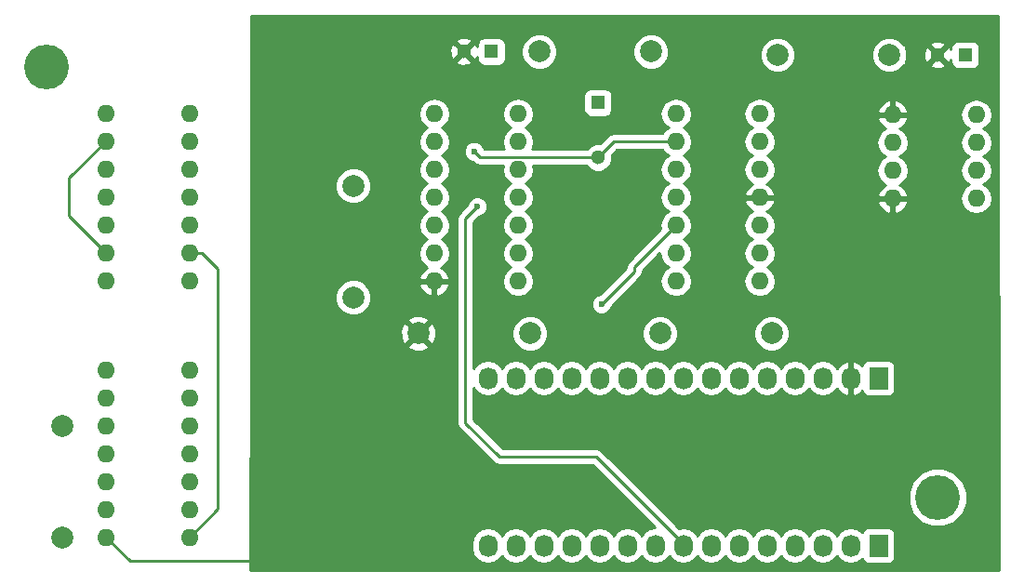
<source format=gbl>
G04 #@! TF.FileFunction,Copper,L2,Bot,Signal*
%FSLAX46Y46*%
G04 Gerber Fmt 4.6, Leading zero omitted, Abs format (unit mm)*
G04 Created by KiCad (PCBNEW 4.0.1-stable) date Monday, December 05, 2016 'AMt' 03:58:46 AM*
%MOMM*%
G01*
G04 APERTURE LIST*
%ADD10C,0.100000*%
%ADD11R,1.300000X1.300000*%
%ADD12C,1.300000*%
%ADD13R,1.727200X2.032000*%
%ADD14O,1.727200X2.032000*%
%ADD15C,1.998980*%
%ADD16O,1.600000X1.600000*%
%ADD17C,4.064000*%
%ADD18C,0.600000*%
%ADD19C,0.250000*%
%ADD20C,0.254000*%
G04 APERTURE END LIST*
D10*
D11*
X96266000Y-81360000D03*
D12*
X96266000Y-86360000D03*
D11*
X86574000Y-76708000D03*
D12*
X84074000Y-76708000D03*
D11*
X129714000Y-77000000D03*
D12*
X127214000Y-77000000D03*
D13*
X121820000Y-121674000D03*
D14*
X119280000Y-121674000D03*
X116740000Y-121674000D03*
X114200000Y-121674000D03*
X111660000Y-121674000D03*
X109120000Y-121674000D03*
X106580000Y-121674000D03*
X104040000Y-121674000D03*
X101500000Y-121674000D03*
X98960000Y-121674000D03*
X96420000Y-121674000D03*
X93880000Y-121674000D03*
X91340000Y-121674000D03*
X88800000Y-121674000D03*
X86260000Y-121674000D03*
D13*
X121820000Y-106434000D03*
D14*
X119280000Y-106434000D03*
X116740000Y-106434000D03*
X114200000Y-106434000D03*
X111660000Y-106434000D03*
X109120000Y-106434000D03*
X106580000Y-106434000D03*
X104040000Y-106434000D03*
X101500000Y-106434000D03*
X98960000Y-106434000D03*
X96420000Y-106434000D03*
X93880000Y-106434000D03*
X91340000Y-106434000D03*
X88800000Y-106434000D03*
X86260000Y-106434000D03*
D15*
X47498000Y-110824000D03*
X47498000Y-120984000D03*
X74000000Y-99080000D03*
X74000000Y-88920000D03*
X112080000Y-102362000D03*
X101920000Y-102362000D03*
X90080000Y-102362000D03*
X79920000Y-102362000D03*
X101092000Y-76708000D03*
X90932000Y-76708000D03*
X122794000Y-77000000D03*
X112634000Y-77000000D03*
D16*
X51500000Y-105684000D03*
X51500000Y-108224000D03*
X51500000Y-110764000D03*
X51500000Y-113304000D03*
X51500000Y-115844000D03*
X51500000Y-118384000D03*
X51500000Y-120924000D03*
X59120000Y-120924000D03*
X59120000Y-118384000D03*
X59120000Y-115844000D03*
X59120000Y-113304000D03*
X59120000Y-110764000D03*
X59120000Y-108224000D03*
X59120000Y-105684000D03*
X51480000Y-82300000D03*
X51480000Y-84840000D03*
X51480000Y-87380000D03*
X51480000Y-89920000D03*
X51480000Y-92460000D03*
X51480000Y-95000000D03*
X51480000Y-97540000D03*
X59100000Y-97540000D03*
X59100000Y-95000000D03*
X59100000Y-92460000D03*
X59100000Y-89920000D03*
X59100000Y-87380000D03*
X59100000Y-84840000D03*
X59100000Y-82300000D03*
X81380000Y-82380000D03*
X81380000Y-84920000D03*
X81380000Y-87460000D03*
X81380000Y-90000000D03*
X81380000Y-92540000D03*
X81380000Y-95080000D03*
X81380000Y-97620000D03*
X89000000Y-97620000D03*
X89000000Y-95080000D03*
X89000000Y-92540000D03*
X89000000Y-90000000D03*
X89000000Y-87460000D03*
X89000000Y-84920000D03*
X89000000Y-82380000D03*
X103380000Y-82380000D03*
X103380000Y-84920000D03*
X103380000Y-87460000D03*
X103380000Y-90000000D03*
X103380000Y-92540000D03*
X103380000Y-95080000D03*
X103380000Y-97620000D03*
X111000000Y-97620000D03*
X111000000Y-95080000D03*
X111000000Y-92540000D03*
X111000000Y-90000000D03*
X111000000Y-87460000D03*
X111000000Y-84920000D03*
X111000000Y-82380000D03*
X123094000Y-82460000D03*
X123094000Y-85000000D03*
X123094000Y-87540000D03*
X123094000Y-90080000D03*
X130714000Y-90080000D03*
X130714000Y-87540000D03*
X130714000Y-85000000D03*
X130714000Y-82460000D03*
D17*
X46100000Y-78100000D03*
X127200000Y-117300000D03*
D18*
X85000000Y-85800000D03*
X85300000Y-90800000D03*
X96600000Y-99700000D03*
D19*
X103380000Y-84920000D02*
X97706000Y-84920000D01*
X97706000Y-84920000D02*
X96266000Y-86360000D01*
X85000000Y-85800000D02*
X85534999Y-86334999D01*
X85534999Y-86334999D02*
X95321761Y-86334999D01*
X95321761Y-86334999D02*
X95346762Y-86360000D01*
X95346762Y-86360000D02*
X96266000Y-86360000D01*
X53676000Y-123100000D02*
X64900000Y-123100000D01*
X51500000Y-120924000D02*
X53676000Y-123100000D01*
X85300000Y-90800000D02*
X84200000Y-91900000D01*
X96118400Y-113600000D02*
X104040000Y-121521600D01*
X84200000Y-91900000D02*
X84200000Y-110500000D01*
X84200000Y-110500000D02*
X87300000Y-113600000D01*
X87300000Y-113600000D02*
X96118400Y-113600000D01*
X104040000Y-121521600D02*
X104040000Y-121674000D01*
X104140000Y-122021600D02*
X104140000Y-122174000D01*
X99600000Y-96700000D02*
X99600000Y-96320000D01*
X99600000Y-96320000D02*
X103380000Y-92540000D01*
X96600000Y-99700000D02*
X99600000Y-96700000D01*
X61700000Y-96468630D02*
X61700000Y-118344000D01*
X61700000Y-118344000D02*
X59120000Y-120924000D01*
X59100000Y-95000000D02*
X60231370Y-95000000D01*
X60231370Y-95000000D02*
X61700000Y-96468630D01*
X51480000Y-84840000D02*
X48100000Y-88220000D01*
X48100000Y-88220000D02*
X48100000Y-91620000D01*
X48100000Y-91620000D02*
X50680001Y-94200001D01*
X50680001Y-94200001D02*
X51480000Y-95000000D01*
D20*
G36*
X132772850Y-123873000D02*
X64661459Y-123873000D01*
X64687532Y-103514163D01*
X78947443Y-103514163D01*
X79046042Y-103780965D01*
X79655582Y-104007401D01*
X80305377Y-103983341D01*
X80793958Y-103780965D01*
X80892557Y-103514163D01*
X79920000Y-102541605D01*
X78947443Y-103514163D01*
X64687532Y-103514163D01*
X64689347Y-102097582D01*
X78274599Y-102097582D01*
X78298659Y-102747377D01*
X78501035Y-103235958D01*
X78767837Y-103334557D01*
X79740395Y-102362000D01*
X80099605Y-102362000D01*
X81072163Y-103334557D01*
X81338965Y-103235958D01*
X81565401Y-102626418D01*
X81541341Y-101976623D01*
X81338965Y-101488042D01*
X81072163Y-101389443D01*
X80099605Y-102362000D01*
X79740395Y-102362000D01*
X78767837Y-101389443D01*
X78501035Y-101488042D01*
X78274599Y-102097582D01*
X64689347Y-102097582D01*
X64690484Y-101209837D01*
X78947443Y-101209837D01*
X79920000Y-102182395D01*
X80892557Y-101209837D01*
X80793958Y-100943035D01*
X80184418Y-100716599D01*
X79534623Y-100740659D01*
X79046042Y-100943035D01*
X78947443Y-101209837D01*
X64690484Y-101209837D01*
X64692798Y-99403694D01*
X72365226Y-99403694D01*
X72613538Y-100004655D01*
X73072927Y-100464846D01*
X73673453Y-100714206D01*
X74323694Y-100714774D01*
X74924655Y-100466462D01*
X75384846Y-100007073D01*
X75634206Y-99406547D01*
X75634774Y-98756306D01*
X75386462Y-98155345D01*
X75200481Y-97969039D01*
X79988096Y-97969039D01*
X80148959Y-98357423D01*
X80524866Y-98772389D01*
X81030959Y-99011914D01*
X81253000Y-98890629D01*
X81253000Y-97747000D01*
X81507000Y-97747000D01*
X81507000Y-98890629D01*
X81729041Y-99011914D01*
X82235134Y-98772389D01*
X82611041Y-98357423D01*
X82771904Y-97969039D01*
X82649915Y-97747000D01*
X81507000Y-97747000D01*
X81253000Y-97747000D01*
X80110085Y-97747000D01*
X79988096Y-97969039D01*
X75200481Y-97969039D01*
X74927073Y-97695154D01*
X74326547Y-97445794D01*
X73676306Y-97445226D01*
X73075345Y-97693538D01*
X72615154Y-98152927D01*
X72365794Y-98753453D01*
X72365226Y-99403694D01*
X64692798Y-99403694D01*
X64705810Y-89243694D01*
X72365226Y-89243694D01*
X72613538Y-89844655D01*
X73072927Y-90304846D01*
X73673453Y-90554206D01*
X74323694Y-90554774D01*
X74924655Y-90306462D01*
X75384846Y-89847073D01*
X75634206Y-89246547D01*
X75634774Y-88596306D01*
X75386462Y-87995345D01*
X74927073Y-87535154D01*
X74326547Y-87285794D01*
X73676306Y-87285226D01*
X73075345Y-87533538D01*
X72615154Y-87992927D01*
X72365794Y-88593453D01*
X72365226Y-89243694D01*
X64705810Y-89243694D01*
X64714601Y-82380000D01*
X79916887Y-82380000D01*
X80026120Y-82929151D01*
X80337189Y-83394698D01*
X80719275Y-83650000D01*
X80337189Y-83905302D01*
X80026120Y-84370849D01*
X79916887Y-84920000D01*
X80026120Y-85469151D01*
X80337189Y-85934698D01*
X80719275Y-86190000D01*
X80337189Y-86445302D01*
X80026120Y-86910849D01*
X79916887Y-87460000D01*
X80026120Y-88009151D01*
X80337189Y-88474698D01*
X80719275Y-88730000D01*
X80337189Y-88985302D01*
X80026120Y-89450849D01*
X79916887Y-90000000D01*
X80026120Y-90549151D01*
X80337189Y-91014698D01*
X80719275Y-91270000D01*
X80337189Y-91525302D01*
X80026120Y-91990849D01*
X79916887Y-92540000D01*
X80026120Y-93089151D01*
X80337189Y-93554698D01*
X80719275Y-93810000D01*
X80337189Y-94065302D01*
X80026120Y-94530849D01*
X79916887Y-95080000D01*
X80026120Y-95629151D01*
X80337189Y-96094698D01*
X80741703Y-96364986D01*
X80524866Y-96467611D01*
X80148959Y-96882577D01*
X79988096Y-97270961D01*
X80110085Y-97493000D01*
X81253000Y-97493000D01*
X81253000Y-97473000D01*
X81507000Y-97473000D01*
X81507000Y-97493000D01*
X82649915Y-97493000D01*
X82771904Y-97270961D01*
X82611041Y-96882577D01*
X82235134Y-96467611D01*
X82018297Y-96364986D01*
X82422811Y-96094698D01*
X82733880Y-95629151D01*
X82843113Y-95080000D01*
X82733880Y-94530849D01*
X82422811Y-94065302D01*
X82040725Y-93810000D01*
X82422811Y-93554698D01*
X82733880Y-93089151D01*
X82843113Y-92540000D01*
X82733880Y-91990849D01*
X82673177Y-91900000D01*
X83440000Y-91900000D01*
X83440000Y-110500000D01*
X83497852Y-110790839D01*
X83662599Y-111037401D01*
X86762599Y-114137401D01*
X87009161Y-114302148D01*
X87300000Y-114360000D01*
X95803598Y-114360000D01*
X101445161Y-120001563D01*
X100926511Y-120104729D01*
X100440330Y-120429585D01*
X100230000Y-120744366D01*
X100019670Y-120429585D01*
X99533489Y-120104729D01*
X98960000Y-119990655D01*
X98386511Y-120104729D01*
X97900330Y-120429585D01*
X97690000Y-120744366D01*
X97479670Y-120429585D01*
X96993489Y-120104729D01*
X96420000Y-119990655D01*
X95846511Y-120104729D01*
X95360330Y-120429585D01*
X95150000Y-120744366D01*
X94939670Y-120429585D01*
X94453489Y-120104729D01*
X93880000Y-119990655D01*
X93306511Y-120104729D01*
X92820330Y-120429585D01*
X92610000Y-120744366D01*
X92399670Y-120429585D01*
X91913489Y-120104729D01*
X91340000Y-119990655D01*
X90766511Y-120104729D01*
X90280330Y-120429585D01*
X90070000Y-120744366D01*
X89859670Y-120429585D01*
X89373489Y-120104729D01*
X88800000Y-119990655D01*
X88226511Y-120104729D01*
X87740330Y-120429585D01*
X87530000Y-120744366D01*
X87319670Y-120429585D01*
X86833489Y-120104729D01*
X86260000Y-119990655D01*
X85686511Y-120104729D01*
X85200330Y-120429585D01*
X84875474Y-120915766D01*
X84761400Y-121489255D01*
X84761400Y-121858745D01*
X84875474Y-122432234D01*
X85200330Y-122918415D01*
X85686511Y-123243271D01*
X86260000Y-123357345D01*
X86833489Y-123243271D01*
X87319670Y-122918415D01*
X87530000Y-122603634D01*
X87740330Y-122918415D01*
X88226511Y-123243271D01*
X88800000Y-123357345D01*
X89373489Y-123243271D01*
X89859670Y-122918415D01*
X90070000Y-122603634D01*
X90280330Y-122918415D01*
X90766511Y-123243271D01*
X91340000Y-123357345D01*
X91913489Y-123243271D01*
X92399670Y-122918415D01*
X92610000Y-122603634D01*
X92820330Y-122918415D01*
X93306511Y-123243271D01*
X93880000Y-123357345D01*
X94453489Y-123243271D01*
X94939670Y-122918415D01*
X95150000Y-122603634D01*
X95360330Y-122918415D01*
X95846511Y-123243271D01*
X96420000Y-123357345D01*
X96993489Y-123243271D01*
X97479670Y-122918415D01*
X97690000Y-122603634D01*
X97900330Y-122918415D01*
X98386511Y-123243271D01*
X98960000Y-123357345D01*
X99533489Y-123243271D01*
X100019670Y-122918415D01*
X100230000Y-122603634D01*
X100440330Y-122918415D01*
X100926511Y-123243271D01*
X101500000Y-123357345D01*
X102073489Y-123243271D01*
X102559670Y-122918415D01*
X102770000Y-122603634D01*
X102980330Y-122918415D01*
X103466511Y-123243271D01*
X104040000Y-123357345D01*
X104613489Y-123243271D01*
X105099670Y-122918415D01*
X105310000Y-122603634D01*
X105520330Y-122918415D01*
X106006511Y-123243271D01*
X106580000Y-123357345D01*
X107153489Y-123243271D01*
X107639670Y-122918415D01*
X107850000Y-122603634D01*
X108060330Y-122918415D01*
X108546511Y-123243271D01*
X109120000Y-123357345D01*
X109693489Y-123243271D01*
X110179670Y-122918415D01*
X110390000Y-122603634D01*
X110600330Y-122918415D01*
X111086511Y-123243271D01*
X111660000Y-123357345D01*
X112233489Y-123243271D01*
X112719670Y-122918415D01*
X112930000Y-122603634D01*
X113140330Y-122918415D01*
X113626511Y-123243271D01*
X114200000Y-123357345D01*
X114773489Y-123243271D01*
X115259670Y-122918415D01*
X115470000Y-122603634D01*
X115680330Y-122918415D01*
X116166511Y-123243271D01*
X116740000Y-123357345D01*
X117313489Y-123243271D01*
X117799670Y-122918415D01*
X118010000Y-122603634D01*
X118220330Y-122918415D01*
X118706511Y-123243271D01*
X119280000Y-123357345D01*
X119853489Y-123243271D01*
X120339670Y-122918415D01*
X120349243Y-122904087D01*
X120353238Y-122925317D01*
X120492310Y-123141441D01*
X120704510Y-123286431D01*
X120956400Y-123337440D01*
X122683600Y-123337440D01*
X122918917Y-123293162D01*
X123135041Y-123154090D01*
X123280031Y-122941890D01*
X123331040Y-122690000D01*
X123331040Y-120658000D01*
X123286762Y-120422683D01*
X123147690Y-120206559D01*
X122935490Y-120061569D01*
X122683600Y-120010560D01*
X120956400Y-120010560D01*
X120721083Y-120054838D01*
X120504959Y-120193910D01*
X120359969Y-120406110D01*
X120351600Y-120447439D01*
X120339670Y-120429585D01*
X119853489Y-120104729D01*
X119280000Y-119990655D01*
X118706511Y-120104729D01*
X118220330Y-120429585D01*
X118010000Y-120744366D01*
X117799670Y-120429585D01*
X117313489Y-120104729D01*
X116740000Y-119990655D01*
X116166511Y-120104729D01*
X115680330Y-120429585D01*
X115470000Y-120744366D01*
X115259670Y-120429585D01*
X114773489Y-120104729D01*
X114200000Y-119990655D01*
X113626511Y-120104729D01*
X113140330Y-120429585D01*
X112930000Y-120744366D01*
X112719670Y-120429585D01*
X112233489Y-120104729D01*
X111660000Y-119990655D01*
X111086511Y-120104729D01*
X110600330Y-120429585D01*
X110390000Y-120744366D01*
X110179670Y-120429585D01*
X109693489Y-120104729D01*
X109120000Y-119990655D01*
X108546511Y-120104729D01*
X108060330Y-120429585D01*
X107850000Y-120744366D01*
X107639670Y-120429585D01*
X107153489Y-120104729D01*
X106580000Y-119990655D01*
X106006511Y-120104729D01*
X105520330Y-120429585D01*
X105310000Y-120744366D01*
X105099670Y-120429585D01*
X104613489Y-120104729D01*
X104040000Y-119990655D01*
X103659536Y-120066334D01*
X101421374Y-117828172D01*
X124532538Y-117828172D01*
X124937709Y-118808761D01*
X125687293Y-119559655D01*
X126667173Y-119966536D01*
X127728172Y-119967462D01*
X128708761Y-119562291D01*
X129459655Y-118812707D01*
X129866536Y-117832827D01*
X129867462Y-116771828D01*
X129462291Y-115791239D01*
X128712707Y-115040345D01*
X127732827Y-114633464D01*
X126671828Y-114632538D01*
X125691239Y-115037709D01*
X124940345Y-115787293D01*
X124533464Y-116767173D01*
X124532538Y-117828172D01*
X101421374Y-117828172D01*
X96655801Y-113062599D01*
X96409239Y-112897852D01*
X96118400Y-112840000D01*
X87614802Y-112840000D01*
X84960000Y-110185198D01*
X84960000Y-107318736D01*
X85200330Y-107678415D01*
X85686511Y-108003271D01*
X86260000Y-108117345D01*
X86833489Y-108003271D01*
X87319670Y-107678415D01*
X87530000Y-107363634D01*
X87740330Y-107678415D01*
X88226511Y-108003271D01*
X88800000Y-108117345D01*
X89373489Y-108003271D01*
X89859670Y-107678415D01*
X90070000Y-107363634D01*
X90280330Y-107678415D01*
X90766511Y-108003271D01*
X91340000Y-108117345D01*
X91913489Y-108003271D01*
X92399670Y-107678415D01*
X92610000Y-107363634D01*
X92820330Y-107678415D01*
X93306511Y-108003271D01*
X93880000Y-108117345D01*
X94453489Y-108003271D01*
X94939670Y-107678415D01*
X95150000Y-107363634D01*
X95360330Y-107678415D01*
X95846511Y-108003271D01*
X96420000Y-108117345D01*
X96993489Y-108003271D01*
X97479670Y-107678415D01*
X97690000Y-107363634D01*
X97900330Y-107678415D01*
X98386511Y-108003271D01*
X98960000Y-108117345D01*
X99533489Y-108003271D01*
X100019670Y-107678415D01*
X100230000Y-107363634D01*
X100440330Y-107678415D01*
X100926511Y-108003271D01*
X101500000Y-108117345D01*
X102073489Y-108003271D01*
X102559670Y-107678415D01*
X102770000Y-107363634D01*
X102980330Y-107678415D01*
X103466511Y-108003271D01*
X104040000Y-108117345D01*
X104613489Y-108003271D01*
X105099670Y-107678415D01*
X105310000Y-107363634D01*
X105520330Y-107678415D01*
X106006511Y-108003271D01*
X106580000Y-108117345D01*
X107153489Y-108003271D01*
X107639670Y-107678415D01*
X107850000Y-107363634D01*
X108060330Y-107678415D01*
X108546511Y-108003271D01*
X109120000Y-108117345D01*
X109693489Y-108003271D01*
X110179670Y-107678415D01*
X110390000Y-107363634D01*
X110600330Y-107678415D01*
X111086511Y-108003271D01*
X111660000Y-108117345D01*
X112233489Y-108003271D01*
X112719670Y-107678415D01*
X112930000Y-107363634D01*
X113140330Y-107678415D01*
X113626511Y-108003271D01*
X114200000Y-108117345D01*
X114773489Y-108003271D01*
X115259670Y-107678415D01*
X115470000Y-107363634D01*
X115680330Y-107678415D01*
X116166511Y-108003271D01*
X116740000Y-108117345D01*
X117313489Y-108003271D01*
X117799670Y-107678415D01*
X118006461Y-107368931D01*
X118377964Y-107784732D01*
X118905209Y-108038709D01*
X118920974Y-108041358D01*
X119153000Y-107920217D01*
X119153000Y-106561000D01*
X119133000Y-106561000D01*
X119133000Y-106307000D01*
X119153000Y-106307000D01*
X119153000Y-104947783D01*
X119407000Y-104947783D01*
X119407000Y-106307000D01*
X119427000Y-106307000D01*
X119427000Y-106561000D01*
X119407000Y-106561000D01*
X119407000Y-107920217D01*
X119639026Y-108041358D01*
X119654791Y-108038709D01*
X120182036Y-107784732D01*
X120338907Y-107609155D01*
X120353238Y-107685317D01*
X120492310Y-107901441D01*
X120704510Y-108046431D01*
X120956400Y-108097440D01*
X122683600Y-108097440D01*
X122918917Y-108053162D01*
X123135041Y-107914090D01*
X123280031Y-107701890D01*
X123331040Y-107450000D01*
X123331040Y-105418000D01*
X123286762Y-105182683D01*
X123147690Y-104966559D01*
X122935490Y-104821569D01*
X122683600Y-104770560D01*
X120956400Y-104770560D01*
X120721083Y-104814838D01*
X120504959Y-104953910D01*
X120359969Y-105166110D01*
X120340768Y-105260927D01*
X120182036Y-105083268D01*
X119654791Y-104829291D01*
X119639026Y-104826642D01*
X119407000Y-104947783D01*
X119153000Y-104947783D01*
X118920974Y-104826642D01*
X118905209Y-104829291D01*
X118377964Y-105083268D01*
X118006461Y-105499069D01*
X117799670Y-105189585D01*
X117313489Y-104864729D01*
X116740000Y-104750655D01*
X116166511Y-104864729D01*
X115680330Y-105189585D01*
X115470000Y-105504366D01*
X115259670Y-105189585D01*
X114773489Y-104864729D01*
X114200000Y-104750655D01*
X113626511Y-104864729D01*
X113140330Y-105189585D01*
X112930000Y-105504366D01*
X112719670Y-105189585D01*
X112233489Y-104864729D01*
X111660000Y-104750655D01*
X111086511Y-104864729D01*
X110600330Y-105189585D01*
X110390000Y-105504366D01*
X110179670Y-105189585D01*
X109693489Y-104864729D01*
X109120000Y-104750655D01*
X108546511Y-104864729D01*
X108060330Y-105189585D01*
X107850000Y-105504366D01*
X107639670Y-105189585D01*
X107153489Y-104864729D01*
X106580000Y-104750655D01*
X106006511Y-104864729D01*
X105520330Y-105189585D01*
X105310000Y-105504366D01*
X105099670Y-105189585D01*
X104613489Y-104864729D01*
X104040000Y-104750655D01*
X103466511Y-104864729D01*
X102980330Y-105189585D01*
X102770000Y-105504366D01*
X102559670Y-105189585D01*
X102073489Y-104864729D01*
X101500000Y-104750655D01*
X100926511Y-104864729D01*
X100440330Y-105189585D01*
X100230000Y-105504366D01*
X100019670Y-105189585D01*
X99533489Y-104864729D01*
X98960000Y-104750655D01*
X98386511Y-104864729D01*
X97900330Y-105189585D01*
X97690000Y-105504366D01*
X97479670Y-105189585D01*
X96993489Y-104864729D01*
X96420000Y-104750655D01*
X95846511Y-104864729D01*
X95360330Y-105189585D01*
X95150000Y-105504366D01*
X94939670Y-105189585D01*
X94453489Y-104864729D01*
X93880000Y-104750655D01*
X93306511Y-104864729D01*
X92820330Y-105189585D01*
X92610000Y-105504366D01*
X92399670Y-105189585D01*
X91913489Y-104864729D01*
X91340000Y-104750655D01*
X90766511Y-104864729D01*
X90280330Y-105189585D01*
X90070000Y-105504366D01*
X89859670Y-105189585D01*
X89373489Y-104864729D01*
X88800000Y-104750655D01*
X88226511Y-104864729D01*
X87740330Y-105189585D01*
X87530000Y-105504366D01*
X87319670Y-105189585D01*
X86833489Y-104864729D01*
X86260000Y-104750655D01*
X85686511Y-104864729D01*
X85200330Y-105189585D01*
X84960000Y-105549264D01*
X84960000Y-102685694D01*
X88445226Y-102685694D01*
X88693538Y-103286655D01*
X89152927Y-103746846D01*
X89753453Y-103996206D01*
X90403694Y-103996774D01*
X91004655Y-103748462D01*
X91464846Y-103289073D01*
X91714206Y-102688547D01*
X91714208Y-102685694D01*
X100285226Y-102685694D01*
X100533538Y-103286655D01*
X100992927Y-103746846D01*
X101593453Y-103996206D01*
X102243694Y-103996774D01*
X102844655Y-103748462D01*
X103304846Y-103289073D01*
X103554206Y-102688547D01*
X103554208Y-102685694D01*
X110445226Y-102685694D01*
X110693538Y-103286655D01*
X111152927Y-103746846D01*
X111753453Y-103996206D01*
X112403694Y-103996774D01*
X113004655Y-103748462D01*
X113464846Y-103289073D01*
X113714206Y-102688547D01*
X113714774Y-102038306D01*
X113466462Y-101437345D01*
X113007073Y-100977154D01*
X112406547Y-100727794D01*
X111756306Y-100727226D01*
X111155345Y-100975538D01*
X110695154Y-101434927D01*
X110445794Y-102035453D01*
X110445226Y-102685694D01*
X103554208Y-102685694D01*
X103554774Y-102038306D01*
X103306462Y-101437345D01*
X102847073Y-100977154D01*
X102246547Y-100727794D01*
X101596306Y-100727226D01*
X100995345Y-100975538D01*
X100535154Y-101434927D01*
X100285794Y-102035453D01*
X100285226Y-102685694D01*
X91714208Y-102685694D01*
X91714774Y-102038306D01*
X91466462Y-101437345D01*
X91007073Y-100977154D01*
X90406547Y-100727794D01*
X89756306Y-100727226D01*
X89155345Y-100975538D01*
X88695154Y-101434927D01*
X88445794Y-102035453D01*
X88445226Y-102685694D01*
X84960000Y-102685694D01*
X84960000Y-92214802D01*
X85439680Y-91735122D01*
X85485167Y-91735162D01*
X85828943Y-91593117D01*
X86092192Y-91330327D01*
X86234838Y-90986799D01*
X86235162Y-90614833D01*
X86093117Y-90271057D01*
X85830327Y-90007808D01*
X85486799Y-89865162D01*
X85114833Y-89864838D01*
X84771057Y-90006883D01*
X84507808Y-90269673D01*
X84365162Y-90613201D01*
X84365121Y-90660077D01*
X83662599Y-91362599D01*
X83497852Y-91609161D01*
X83440000Y-91900000D01*
X82673177Y-91900000D01*
X82422811Y-91525302D01*
X82040725Y-91270000D01*
X82422811Y-91014698D01*
X82733880Y-90549151D01*
X82843113Y-90000000D01*
X82733880Y-89450849D01*
X82422811Y-88985302D01*
X82040725Y-88730000D01*
X82422811Y-88474698D01*
X82733880Y-88009151D01*
X82843113Y-87460000D01*
X82733880Y-86910849D01*
X82422811Y-86445302D01*
X82040725Y-86190000D01*
X82347278Y-85985167D01*
X84064838Y-85985167D01*
X84206883Y-86328943D01*
X84469673Y-86592192D01*
X84813201Y-86734838D01*
X84860077Y-86734879D01*
X84997598Y-86872400D01*
X85244160Y-87037147D01*
X85534999Y-87094999D01*
X87609490Y-87094999D01*
X87536887Y-87460000D01*
X87646120Y-88009151D01*
X87957189Y-88474698D01*
X88339275Y-88730000D01*
X87957189Y-88985302D01*
X87646120Y-89450849D01*
X87536887Y-90000000D01*
X87646120Y-90549151D01*
X87957189Y-91014698D01*
X88339275Y-91270000D01*
X87957189Y-91525302D01*
X87646120Y-91990849D01*
X87536887Y-92540000D01*
X87646120Y-93089151D01*
X87957189Y-93554698D01*
X88339275Y-93810000D01*
X87957189Y-94065302D01*
X87646120Y-94530849D01*
X87536887Y-95080000D01*
X87646120Y-95629151D01*
X87957189Y-96094698D01*
X88339275Y-96350000D01*
X87957189Y-96605302D01*
X87646120Y-97070849D01*
X87536887Y-97620000D01*
X87646120Y-98169151D01*
X87957189Y-98634698D01*
X88422736Y-98945767D01*
X88971887Y-99055000D01*
X89028113Y-99055000D01*
X89577264Y-98945767D01*
X90042811Y-98634698D01*
X90353880Y-98169151D01*
X90463113Y-97620000D01*
X90353880Y-97070849D01*
X90042811Y-96605302D01*
X89660725Y-96350000D01*
X90042811Y-96094698D01*
X90353880Y-95629151D01*
X90463113Y-95080000D01*
X90353880Y-94530849D01*
X90042811Y-94065302D01*
X89660725Y-93810000D01*
X90042811Y-93554698D01*
X90353880Y-93089151D01*
X90463113Y-92540000D01*
X90353880Y-91990849D01*
X90042811Y-91525302D01*
X89660725Y-91270000D01*
X90042811Y-91014698D01*
X90353880Y-90549151D01*
X90463113Y-90000000D01*
X90353880Y-89450849D01*
X90042811Y-88985302D01*
X89660725Y-88730000D01*
X90042811Y-88474698D01*
X90353880Y-88009151D01*
X90463113Y-87460000D01*
X90390510Y-87094999D01*
X95184037Y-87094999D01*
X95537155Y-87448735D01*
X96009276Y-87644777D01*
X96520481Y-87645223D01*
X96992943Y-87450005D01*
X97354735Y-87088845D01*
X97550777Y-86616724D01*
X97551185Y-86149617D01*
X98020802Y-85680000D01*
X102167005Y-85680000D01*
X102337189Y-85934698D01*
X102719275Y-86190000D01*
X102337189Y-86445302D01*
X102026120Y-86910849D01*
X101916887Y-87460000D01*
X102026120Y-88009151D01*
X102337189Y-88474698D01*
X102719275Y-88730000D01*
X102337189Y-88985302D01*
X102026120Y-89450849D01*
X101916887Y-90000000D01*
X102026120Y-90549151D01*
X102337189Y-91014698D01*
X102719275Y-91270000D01*
X102337189Y-91525302D01*
X102026120Y-91990849D01*
X101916887Y-92540000D01*
X101981312Y-92863886D01*
X99062599Y-95782599D01*
X98897852Y-96029161D01*
X98840000Y-96320000D01*
X98840000Y-96385198D01*
X96460320Y-98764878D01*
X96414833Y-98764838D01*
X96071057Y-98906883D01*
X95807808Y-99169673D01*
X95665162Y-99513201D01*
X95664838Y-99885167D01*
X95806883Y-100228943D01*
X96069673Y-100492192D01*
X96413201Y-100634838D01*
X96785167Y-100635162D01*
X97128943Y-100493117D01*
X97392192Y-100230327D01*
X97534838Y-99886799D01*
X97534879Y-99839923D01*
X100137401Y-97237401D01*
X100302148Y-96990839D01*
X100360000Y-96700000D01*
X100360000Y-96634802D01*
X101917405Y-95077397D01*
X101916887Y-95080000D01*
X102026120Y-95629151D01*
X102337189Y-96094698D01*
X102719275Y-96350000D01*
X102337189Y-96605302D01*
X102026120Y-97070849D01*
X101916887Y-97620000D01*
X102026120Y-98169151D01*
X102337189Y-98634698D01*
X102802736Y-98945767D01*
X103351887Y-99055000D01*
X103408113Y-99055000D01*
X103957264Y-98945767D01*
X104422811Y-98634698D01*
X104733880Y-98169151D01*
X104843113Y-97620000D01*
X104733880Y-97070849D01*
X104422811Y-96605302D01*
X104040725Y-96350000D01*
X104422811Y-96094698D01*
X104733880Y-95629151D01*
X104843113Y-95080000D01*
X104733880Y-94530849D01*
X104422811Y-94065302D01*
X104040725Y-93810000D01*
X104422811Y-93554698D01*
X104733880Y-93089151D01*
X104843113Y-92540000D01*
X109536887Y-92540000D01*
X109646120Y-93089151D01*
X109957189Y-93554698D01*
X110339275Y-93810000D01*
X109957189Y-94065302D01*
X109646120Y-94530849D01*
X109536887Y-95080000D01*
X109646120Y-95629151D01*
X109957189Y-96094698D01*
X110339275Y-96350000D01*
X109957189Y-96605302D01*
X109646120Y-97070849D01*
X109536887Y-97620000D01*
X109646120Y-98169151D01*
X109957189Y-98634698D01*
X110422736Y-98945767D01*
X110971887Y-99055000D01*
X111028113Y-99055000D01*
X111577264Y-98945767D01*
X112042811Y-98634698D01*
X112353880Y-98169151D01*
X112463113Y-97620000D01*
X112353880Y-97070849D01*
X112042811Y-96605302D01*
X111660725Y-96350000D01*
X112042811Y-96094698D01*
X112353880Y-95629151D01*
X112463113Y-95080000D01*
X112353880Y-94530849D01*
X112042811Y-94065302D01*
X111660725Y-93810000D01*
X112042811Y-93554698D01*
X112353880Y-93089151D01*
X112463113Y-92540000D01*
X112353880Y-91990849D01*
X112042811Y-91525302D01*
X111638297Y-91255014D01*
X111855134Y-91152389D01*
X112231041Y-90737423D01*
X112358769Y-90429039D01*
X121702096Y-90429039D01*
X121862959Y-90817423D01*
X122238866Y-91232389D01*
X122744959Y-91471914D01*
X122967000Y-91350629D01*
X122967000Y-90207000D01*
X123221000Y-90207000D01*
X123221000Y-91350629D01*
X123443041Y-91471914D01*
X123949134Y-91232389D01*
X124325041Y-90817423D01*
X124485904Y-90429039D01*
X124363915Y-90207000D01*
X123221000Y-90207000D01*
X122967000Y-90207000D01*
X121824085Y-90207000D01*
X121702096Y-90429039D01*
X112358769Y-90429039D01*
X112391904Y-90349039D01*
X112269915Y-90127000D01*
X111127000Y-90127000D01*
X111127000Y-90147000D01*
X110873000Y-90147000D01*
X110873000Y-90127000D01*
X109730085Y-90127000D01*
X109608096Y-90349039D01*
X109768959Y-90737423D01*
X110144866Y-91152389D01*
X110361703Y-91255014D01*
X109957189Y-91525302D01*
X109646120Y-91990849D01*
X109536887Y-92540000D01*
X104843113Y-92540000D01*
X104733880Y-91990849D01*
X104422811Y-91525302D01*
X104040725Y-91270000D01*
X104422811Y-91014698D01*
X104733880Y-90549151D01*
X104843113Y-90000000D01*
X104733880Y-89450849D01*
X104422811Y-88985302D01*
X104040725Y-88730000D01*
X104422811Y-88474698D01*
X104733880Y-88009151D01*
X104843113Y-87460000D01*
X104733880Y-86910849D01*
X104422811Y-86445302D01*
X104040725Y-86190000D01*
X104422811Y-85934698D01*
X104733880Y-85469151D01*
X104843113Y-84920000D01*
X104733880Y-84370849D01*
X104422811Y-83905302D01*
X104040725Y-83650000D01*
X104422811Y-83394698D01*
X104733880Y-82929151D01*
X104843113Y-82380000D01*
X109536887Y-82380000D01*
X109646120Y-82929151D01*
X109957189Y-83394698D01*
X110339275Y-83650000D01*
X109957189Y-83905302D01*
X109646120Y-84370849D01*
X109536887Y-84920000D01*
X109646120Y-85469151D01*
X109957189Y-85934698D01*
X110339275Y-86190000D01*
X109957189Y-86445302D01*
X109646120Y-86910849D01*
X109536887Y-87460000D01*
X109646120Y-88009151D01*
X109957189Y-88474698D01*
X110361703Y-88744986D01*
X110144866Y-88847611D01*
X109768959Y-89262577D01*
X109608096Y-89650961D01*
X109730085Y-89873000D01*
X110873000Y-89873000D01*
X110873000Y-89853000D01*
X111127000Y-89853000D01*
X111127000Y-89873000D01*
X112269915Y-89873000D01*
X112391904Y-89650961D01*
X112231041Y-89262577D01*
X111855134Y-88847611D01*
X111638297Y-88744986D01*
X112042811Y-88474698D01*
X112353880Y-88009151D01*
X112463113Y-87460000D01*
X112353880Y-86910849D01*
X112042811Y-86445302D01*
X111660725Y-86190000D01*
X112042811Y-85934698D01*
X112353880Y-85469151D01*
X112447199Y-85000000D01*
X121630887Y-85000000D01*
X121740120Y-85549151D01*
X122051189Y-86014698D01*
X122433275Y-86270000D01*
X122051189Y-86525302D01*
X121740120Y-86990849D01*
X121630887Y-87540000D01*
X121740120Y-88089151D01*
X122051189Y-88554698D01*
X122455703Y-88824986D01*
X122238866Y-88927611D01*
X121862959Y-89342577D01*
X121702096Y-89730961D01*
X121824085Y-89953000D01*
X122967000Y-89953000D01*
X122967000Y-89933000D01*
X123221000Y-89933000D01*
X123221000Y-89953000D01*
X124363915Y-89953000D01*
X124485904Y-89730961D01*
X124325041Y-89342577D01*
X123949134Y-88927611D01*
X123732297Y-88824986D01*
X124136811Y-88554698D01*
X124447880Y-88089151D01*
X124557113Y-87540000D01*
X124447880Y-86990849D01*
X124136811Y-86525302D01*
X123754725Y-86270000D01*
X124136811Y-86014698D01*
X124447880Y-85549151D01*
X124557113Y-85000000D01*
X124447880Y-84450849D01*
X124136811Y-83985302D01*
X123732297Y-83715014D01*
X123949134Y-83612389D01*
X124325041Y-83197423D01*
X124485904Y-82809039D01*
X124363915Y-82587000D01*
X123221000Y-82587000D01*
X123221000Y-82607000D01*
X122967000Y-82607000D01*
X122967000Y-82587000D01*
X121824085Y-82587000D01*
X121702096Y-82809039D01*
X121862959Y-83197423D01*
X122238866Y-83612389D01*
X122455703Y-83715014D01*
X122051189Y-83985302D01*
X121740120Y-84450849D01*
X121630887Y-85000000D01*
X112447199Y-85000000D01*
X112463113Y-84920000D01*
X112353880Y-84370849D01*
X112042811Y-83905302D01*
X111660725Y-83650000D01*
X112042811Y-83394698D01*
X112353880Y-82929151D01*
X112447199Y-82460000D01*
X129250887Y-82460000D01*
X129360120Y-83009151D01*
X129671189Y-83474698D01*
X130053275Y-83730000D01*
X129671189Y-83985302D01*
X129360120Y-84450849D01*
X129250887Y-85000000D01*
X129360120Y-85549151D01*
X129671189Y-86014698D01*
X130053275Y-86270000D01*
X129671189Y-86525302D01*
X129360120Y-86990849D01*
X129250887Y-87540000D01*
X129360120Y-88089151D01*
X129671189Y-88554698D01*
X130053275Y-88810000D01*
X129671189Y-89065302D01*
X129360120Y-89530849D01*
X129250887Y-90080000D01*
X129360120Y-90629151D01*
X129671189Y-91094698D01*
X130136736Y-91405767D01*
X130685887Y-91515000D01*
X130742113Y-91515000D01*
X131291264Y-91405767D01*
X131756811Y-91094698D01*
X132067880Y-90629151D01*
X132177113Y-90080000D01*
X132067880Y-89530849D01*
X131756811Y-89065302D01*
X131374725Y-88810000D01*
X131756811Y-88554698D01*
X132067880Y-88089151D01*
X132177113Y-87540000D01*
X132067880Y-86990849D01*
X131756811Y-86525302D01*
X131374725Y-86270000D01*
X131756811Y-86014698D01*
X132067880Y-85549151D01*
X132177113Y-85000000D01*
X132067880Y-84450849D01*
X131756811Y-83985302D01*
X131374725Y-83730000D01*
X131756811Y-83474698D01*
X132067880Y-83009151D01*
X132177113Y-82460000D01*
X132067880Y-81910849D01*
X131756811Y-81445302D01*
X131291264Y-81134233D01*
X130742113Y-81025000D01*
X130685887Y-81025000D01*
X130136736Y-81134233D01*
X129671189Y-81445302D01*
X129360120Y-81910849D01*
X129250887Y-82460000D01*
X112447199Y-82460000D01*
X112463113Y-82380000D01*
X112409598Y-82110961D01*
X121702096Y-82110961D01*
X121824085Y-82333000D01*
X122967000Y-82333000D01*
X122967000Y-81189371D01*
X123221000Y-81189371D01*
X123221000Y-82333000D01*
X124363915Y-82333000D01*
X124485904Y-82110961D01*
X124325041Y-81722577D01*
X123949134Y-81307611D01*
X123443041Y-81068086D01*
X123221000Y-81189371D01*
X122967000Y-81189371D01*
X122744959Y-81068086D01*
X122238866Y-81307611D01*
X121862959Y-81722577D01*
X121702096Y-82110961D01*
X112409598Y-82110961D01*
X112353880Y-81830849D01*
X112042811Y-81365302D01*
X111577264Y-81054233D01*
X111028113Y-80945000D01*
X110971887Y-80945000D01*
X110422736Y-81054233D01*
X109957189Y-81365302D01*
X109646120Y-81830849D01*
X109536887Y-82380000D01*
X104843113Y-82380000D01*
X104733880Y-81830849D01*
X104422811Y-81365302D01*
X103957264Y-81054233D01*
X103408113Y-80945000D01*
X103351887Y-80945000D01*
X102802736Y-81054233D01*
X102337189Y-81365302D01*
X102026120Y-81830849D01*
X101916887Y-82380000D01*
X102026120Y-82929151D01*
X102337189Y-83394698D01*
X102719275Y-83650000D01*
X102337189Y-83905302D01*
X102167005Y-84160000D01*
X97706000Y-84160000D01*
X97415161Y-84217852D01*
X97168599Y-84382599D01*
X96476016Y-85075182D01*
X96011519Y-85074777D01*
X95539057Y-85269995D01*
X95233519Y-85574999D01*
X90283155Y-85574999D01*
X90353880Y-85469151D01*
X90463113Y-84920000D01*
X90353880Y-84370849D01*
X90042811Y-83905302D01*
X89660725Y-83650000D01*
X90042811Y-83394698D01*
X90353880Y-82929151D01*
X90463113Y-82380000D01*
X90353880Y-81830849D01*
X90042811Y-81365302D01*
X89577264Y-81054233D01*
X89028113Y-80945000D01*
X88971887Y-80945000D01*
X88422736Y-81054233D01*
X87957189Y-81365302D01*
X87646120Y-81830849D01*
X87536887Y-82380000D01*
X87646120Y-82929151D01*
X87957189Y-83394698D01*
X88339275Y-83650000D01*
X87957189Y-83905302D01*
X87646120Y-84370849D01*
X87536887Y-84920000D01*
X87646120Y-85469151D01*
X87716845Y-85574999D01*
X85918703Y-85574999D01*
X85793117Y-85271057D01*
X85530327Y-85007808D01*
X85186799Y-84865162D01*
X84814833Y-84864838D01*
X84471057Y-85006883D01*
X84207808Y-85269673D01*
X84065162Y-85613201D01*
X84064838Y-85985167D01*
X82347278Y-85985167D01*
X82422811Y-85934698D01*
X82733880Y-85469151D01*
X82843113Y-84920000D01*
X82733880Y-84370849D01*
X82422811Y-83905302D01*
X82040725Y-83650000D01*
X82422811Y-83394698D01*
X82733880Y-82929151D01*
X82843113Y-82380000D01*
X82733880Y-81830849D01*
X82422811Y-81365302D01*
X81957264Y-81054233D01*
X81408113Y-80945000D01*
X81351887Y-80945000D01*
X80802736Y-81054233D01*
X80337189Y-81365302D01*
X80026120Y-81830849D01*
X79916887Y-82380000D01*
X64714601Y-82380000D01*
X64716739Y-80710000D01*
X94968560Y-80710000D01*
X94968560Y-82010000D01*
X95012838Y-82245317D01*
X95151910Y-82461441D01*
X95364110Y-82606431D01*
X95616000Y-82657440D01*
X96916000Y-82657440D01*
X97151317Y-82613162D01*
X97367441Y-82474090D01*
X97512431Y-82261890D01*
X97563440Y-82010000D01*
X97563440Y-80710000D01*
X97519162Y-80474683D01*
X97380090Y-80258559D01*
X97167890Y-80113569D01*
X96916000Y-80062560D01*
X95616000Y-80062560D01*
X95380683Y-80106838D01*
X95164559Y-80245910D01*
X95019569Y-80458110D01*
X94968560Y-80710000D01*
X64716739Y-80710000D01*
X64720714Y-77607016D01*
X83354590Y-77607016D01*
X83410271Y-77837611D01*
X83893078Y-78005622D01*
X84403428Y-77976083D01*
X84737729Y-77837611D01*
X84793410Y-77607016D01*
X84074000Y-76887605D01*
X83354590Y-77607016D01*
X64720714Y-77607016D01*
X64722098Y-76527078D01*
X82776378Y-76527078D01*
X82805917Y-77037428D01*
X82944389Y-77371729D01*
X83174984Y-77427410D01*
X83894395Y-76708000D01*
X84253605Y-76708000D01*
X84973016Y-77427410D01*
X85203611Y-77371729D01*
X85276560Y-77162098D01*
X85276560Y-77358000D01*
X85320838Y-77593317D01*
X85459910Y-77809441D01*
X85672110Y-77954431D01*
X85924000Y-78005440D01*
X87224000Y-78005440D01*
X87459317Y-77961162D01*
X87675441Y-77822090D01*
X87820431Y-77609890D01*
X87871440Y-77358000D01*
X87871440Y-77031694D01*
X89297226Y-77031694D01*
X89545538Y-77632655D01*
X90004927Y-78092846D01*
X90605453Y-78342206D01*
X91255694Y-78342774D01*
X91856655Y-78094462D01*
X92316846Y-77635073D01*
X92566206Y-77034547D01*
X92566208Y-77031694D01*
X99457226Y-77031694D01*
X99705538Y-77632655D01*
X100164927Y-78092846D01*
X100765453Y-78342206D01*
X101415694Y-78342774D01*
X102016655Y-78094462D01*
X102476846Y-77635073D01*
X102606141Y-77323694D01*
X110999226Y-77323694D01*
X111247538Y-77924655D01*
X111706927Y-78384846D01*
X112307453Y-78634206D01*
X112957694Y-78634774D01*
X113558655Y-78386462D01*
X114018846Y-77927073D01*
X114268206Y-77326547D01*
X114268208Y-77323694D01*
X121159226Y-77323694D01*
X121407538Y-77924655D01*
X121866927Y-78384846D01*
X122467453Y-78634206D01*
X123117694Y-78634774D01*
X123718655Y-78386462D01*
X124178846Y-77927073D01*
X124190496Y-77899016D01*
X126494590Y-77899016D01*
X126550271Y-78129611D01*
X127033078Y-78297622D01*
X127543428Y-78268083D01*
X127877729Y-78129611D01*
X127933410Y-77899016D01*
X127214000Y-77179605D01*
X126494590Y-77899016D01*
X124190496Y-77899016D01*
X124428206Y-77326547D01*
X124428649Y-76819078D01*
X125916378Y-76819078D01*
X125945917Y-77329428D01*
X126084389Y-77663729D01*
X126314984Y-77719410D01*
X127034395Y-77000000D01*
X127393605Y-77000000D01*
X128113016Y-77719410D01*
X128343611Y-77663729D01*
X128416560Y-77454098D01*
X128416560Y-77650000D01*
X128460838Y-77885317D01*
X128599910Y-78101441D01*
X128812110Y-78246431D01*
X129064000Y-78297440D01*
X130364000Y-78297440D01*
X130599317Y-78253162D01*
X130815441Y-78114090D01*
X130960431Y-77901890D01*
X131011440Y-77650000D01*
X131011440Y-76350000D01*
X130967162Y-76114683D01*
X130828090Y-75898559D01*
X130615890Y-75753569D01*
X130364000Y-75702560D01*
X129064000Y-75702560D01*
X128828683Y-75746838D01*
X128612559Y-75885910D01*
X128467569Y-76098110D01*
X128416560Y-76350000D01*
X128416560Y-76512385D01*
X128343611Y-76336271D01*
X128113016Y-76280590D01*
X127393605Y-77000000D01*
X127034395Y-77000000D01*
X126314984Y-76280590D01*
X126084389Y-76336271D01*
X125916378Y-76819078D01*
X124428649Y-76819078D01*
X124428774Y-76676306D01*
X124191056Y-76100984D01*
X126494590Y-76100984D01*
X127214000Y-76820395D01*
X127933410Y-76100984D01*
X127877729Y-75870389D01*
X127394922Y-75702378D01*
X126884572Y-75731917D01*
X126550271Y-75870389D01*
X126494590Y-76100984D01*
X124191056Y-76100984D01*
X124180462Y-76075345D01*
X123721073Y-75615154D01*
X123120547Y-75365794D01*
X122470306Y-75365226D01*
X121869345Y-75613538D01*
X121409154Y-76072927D01*
X121159794Y-76673453D01*
X121159226Y-77323694D01*
X114268208Y-77323694D01*
X114268774Y-76676306D01*
X114020462Y-76075345D01*
X113561073Y-75615154D01*
X112960547Y-75365794D01*
X112310306Y-75365226D01*
X111709345Y-75613538D01*
X111249154Y-76072927D01*
X110999794Y-76673453D01*
X110999226Y-77323694D01*
X102606141Y-77323694D01*
X102726206Y-77034547D01*
X102726774Y-76384306D01*
X102478462Y-75783345D01*
X102019073Y-75323154D01*
X101418547Y-75073794D01*
X100768306Y-75073226D01*
X100167345Y-75321538D01*
X99707154Y-75780927D01*
X99457794Y-76381453D01*
X99457226Y-77031694D01*
X92566208Y-77031694D01*
X92566774Y-76384306D01*
X92318462Y-75783345D01*
X91859073Y-75323154D01*
X91258547Y-75073794D01*
X90608306Y-75073226D01*
X90007345Y-75321538D01*
X89547154Y-75780927D01*
X89297794Y-76381453D01*
X89297226Y-77031694D01*
X87871440Y-77031694D01*
X87871440Y-76058000D01*
X87827162Y-75822683D01*
X87688090Y-75606559D01*
X87475890Y-75461569D01*
X87224000Y-75410560D01*
X85924000Y-75410560D01*
X85688683Y-75454838D01*
X85472559Y-75593910D01*
X85327569Y-75806110D01*
X85276560Y-76058000D01*
X85276560Y-76220385D01*
X85203611Y-76044271D01*
X84973016Y-75988590D01*
X84253605Y-76708000D01*
X83894395Y-76708000D01*
X83174984Y-75988590D01*
X82944389Y-76044271D01*
X82776378Y-76527078D01*
X64722098Y-76527078D01*
X64723017Y-75808984D01*
X83354590Y-75808984D01*
X84074000Y-76528395D01*
X84793410Y-75808984D01*
X84737729Y-75578389D01*
X84254922Y-75410378D01*
X83744572Y-75439917D01*
X83410271Y-75578389D01*
X83354590Y-75808984D01*
X64723017Y-75808984D01*
X64726069Y-73427000D01*
X132713150Y-73427000D01*
X132772850Y-123873000D01*
X132772850Y-123873000D01*
G37*
X132772850Y-123873000D02*
X64661459Y-123873000D01*
X64687532Y-103514163D01*
X78947443Y-103514163D01*
X79046042Y-103780965D01*
X79655582Y-104007401D01*
X80305377Y-103983341D01*
X80793958Y-103780965D01*
X80892557Y-103514163D01*
X79920000Y-102541605D01*
X78947443Y-103514163D01*
X64687532Y-103514163D01*
X64689347Y-102097582D01*
X78274599Y-102097582D01*
X78298659Y-102747377D01*
X78501035Y-103235958D01*
X78767837Y-103334557D01*
X79740395Y-102362000D01*
X80099605Y-102362000D01*
X81072163Y-103334557D01*
X81338965Y-103235958D01*
X81565401Y-102626418D01*
X81541341Y-101976623D01*
X81338965Y-101488042D01*
X81072163Y-101389443D01*
X80099605Y-102362000D01*
X79740395Y-102362000D01*
X78767837Y-101389443D01*
X78501035Y-101488042D01*
X78274599Y-102097582D01*
X64689347Y-102097582D01*
X64690484Y-101209837D01*
X78947443Y-101209837D01*
X79920000Y-102182395D01*
X80892557Y-101209837D01*
X80793958Y-100943035D01*
X80184418Y-100716599D01*
X79534623Y-100740659D01*
X79046042Y-100943035D01*
X78947443Y-101209837D01*
X64690484Y-101209837D01*
X64692798Y-99403694D01*
X72365226Y-99403694D01*
X72613538Y-100004655D01*
X73072927Y-100464846D01*
X73673453Y-100714206D01*
X74323694Y-100714774D01*
X74924655Y-100466462D01*
X75384846Y-100007073D01*
X75634206Y-99406547D01*
X75634774Y-98756306D01*
X75386462Y-98155345D01*
X75200481Y-97969039D01*
X79988096Y-97969039D01*
X80148959Y-98357423D01*
X80524866Y-98772389D01*
X81030959Y-99011914D01*
X81253000Y-98890629D01*
X81253000Y-97747000D01*
X81507000Y-97747000D01*
X81507000Y-98890629D01*
X81729041Y-99011914D01*
X82235134Y-98772389D01*
X82611041Y-98357423D01*
X82771904Y-97969039D01*
X82649915Y-97747000D01*
X81507000Y-97747000D01*
X81253000Y-97747000D01*
X80110085Y-97747000D01*
X79988096Y-97969039D01*
X75200481Y-97969039D01*
X74927073Y-97695154D01*
X74326547Y-97445794D01*
X73676306Y-97445226D01*
X73075345Y-97693538D01*
X72615154Y-98152927D01*
X72365794Y-98753453D01*
X72365226Y-99403694D01*
X64692798Y-99403694D01*
X64705810Y-89243694D01*
X72365226Y-89243694D01*
X72613538Y-89844655D01*
X73072927Y-90304846D01*
X73673453Y-90554206D01*
X74323694Y-90554774D01*
X74924655Y-90306462D01*
X75384846Y-89847073D01*
X75634206Y-89246547D01*
X75634774Y-88596306D01*
X75386462Y-87995345D01*
X74927073Y-87535154D01*
X74326547Y-87285794D01*
X73676306Y-87285226D01*
X73075345Y-87533538D01*
X72615154Y-87992927D01*
X72365794Y-88593453D01*
X72365226Y-89243694D01*
X64705810Y-89243694D01*
X64714601Y-82380000D01*
X79916887Y-82380000D01*
X80026120Y-82929151D01*
X80337189Y-83394698D01*
X80719275Y-83650000D01*
X80337189Y-83905302D01*
X80026120Y-84370849D01*
X79916887Y-84920000D01*
X80026120Y-85469151D01*
X80337189Y-85934698D01*
X80719275Y-86190000D01*
X80337189Y-86445302D01*
X80026120Y-86910849D01*
X79916887Y-87460000D01*
X80026120Y-88009151D01*
X80337189Y-88474698D01*
X80719275Y-88730000D01*
X80337189Y-88985302D01*
X80026120Y-89450849D01*
X79916887Y-90000000D01*
X80026120Y-90549151D01*
X80337189Y-91014698D01*
X80719275Y-91270000D01*
X80337189Y-91525302D01*
X80026120Y-91990849D01*
X79916887Y-92540000D01*
X80026120Y-93089151D01*
X80337189Y-93554698D01*
X80719275Y-93810000D01*
X80337189Y-94065302D01*
X80026120Y-94530849D01*
X79916887Y-95080000D01*
X80026120Y-95629151D01*
X80337189Y-96094698D01*
X80741703Y-96364986D01*
X80524866Y-96467611D01*
X80148959Y-96882577D01*
X79988096Y-97270961D01*
X80110085Y-97493000D01*
X81253000Y-97493000D01*
X81253000Y-97473000D01*
X81507000Y-97473000D01*
X81507000Y-97493000D01*
X82649915Y-97493000D01*
X82771904Y-97270961D01*
X82611041Y-96882577D01*
X82235134Y-96467611D01*
X82018297Y-96364986D01*
X82422811Y-96094698D01*
X82733880Y-95629151D01*
X82843113Y-95080000D01*
X82733880Y-94530849D01*
X82422811Y-94065302D01*
X82040725Y-93810000D01*
X82422811Y-93554698D01*
X82733880Y-93089151D01*
X82843113Y-92540000D01*
X82733880Y-91990849D01*
X82673177Y-91900000D01*
X83440000Y-91900000D01*
X83440000Y-110500000D01*
X83497852Y-110790839D01*
X83662599Y-111037401D01*
X86762599Y-114137401D01*
X87009161Y-114302148D01*
X87300000Y-114360000D01*
X95803598Y-114360000D01*
X101445161Y-120001563D01*
X100926511Y-120104729D01*
X100440330Y-120429585D01*
X100230000Y-120744366D01*
X100019670Y-120429585D01*
X99533489Y-120104729D01*
X98960000Y-119990655D01*
X98386511Y-120104729D01*
X97900330Y-120429585D01*
X97690000Y-120744366D01*
X97479670Y-120429585D01*
X96993489Y-120104729D01*
X96420000Y-119990655D01*
X95846511Y-120104729D01*
X95360330Y-120429585D01*
X95150000Y-120744366D01*
X94939670Y-120429585D01*
X94453489Y-120104729D01*
X93880000Y-119990655D01*
X93306511Y-120104729D01*
X92820330Y-120429585D01*
X92610000Y-120744366D01*
X92399670Y-120429585D01*
X91913489Y-120104729D01*
X91340000Y-119990655D01*
X90766511Y-120104729D01*
X90280330Y-120429585D01*
X90070000Y-120744366D01*
X89859670Y-120429585D01*
X89373489Y-120104729D01*
X88800000Y-119990655D01*
X88226511Y-120104729D01*
X87740330Y-120429585D01*
X87530000Y-120744366D01*
X87319670Y-120429585D01*
X86833489Y-120104729D01*
X86260000Y-119990655D01*
X85686511Y-120104729D01*
X85200330Y-120429585D01*
X84875474Y-120915766D01*
X84761400Y-121489255D01*
X84761400Y-121858745D01*
X84875474Y-122432234D01*
X85200330Y-122918415D01*
X85686511Y-123243271D01*
X86260000Y-123357345D01*
X86833489Y-123243271D01*
X87319670Y-122918415D01*
X87530000Y-122603634D01*
X87740330Y-122918415D01*
X88226511Y-123243271D01*
X88800000Y-123357345D01*
X89373489Y-123243271D01*
X89859670Y-122918415D01*
X90070000Y-122603634D01*
X90280330Y-122918415D01*
X90766511Y-123243271D01*
X91340000Y-123357345D01*
X91913489Y-123243271D01*
X92399670Y-122918415D01*
X92610000Y-122603634D01*
X92820330Y-122918415D01*
X93306511Y-123243271D01*
X93880000Y-123357345D01*
X94453489Y-123243271D01*
X94939670Y-122918415D01*
X95150000Y-122603634D01*
X95360330Y-122918415D01*
X95846511Y-123243271D01*
X96420000Y-123357345D01*
X96993489Y-123243271D01*
X97479670Y-122918415D01*
X97690000Y-122603634D01*
X97900330Y-122918415D01*
X98386511Y-123243271D01*
X98960000Y-123357345D01*
X99533489Y-123243271D01*
X100019670Y-122918415D01*
X100230000Y-122603634D01*
X100440330Y-122918415D01*
X100926511Y-123243271D01*
X101500000Y-123357345D01*
X102073489Y-123243271D01*
X102559670Y-122918415D01*
X102770000Y-122603634D01*
X102980330Y-122918415D01*
X103466511Y-123243271D01*
X104040000Y-123357345D01*
X104613489Y-123243271D01*
X105099670Y-122918415D01*
X105310000Y-122603634D01*
X105520330Y-122918415D01*
X106006511Y-123243271D01*
X106580000Y-123357345D01*
X107153489Y-123243271D01*
X107639670Y-122918415D01*
X107850000Y-122603634D01*
X108060330Y-122918415D01*
X108546511Y-123243271D01*
X109120000Y-123357345D01*
X109693489Y-123243271D01*
X110179670Y-122918415D01*
X110390000Y-122603634D01*
X110600330Y-122918415D01*
X111086511Y-123243271D01*
X111660000Y-123357345D01*
X112233489Y-123243271D01*
X112719670Y-122918415D01*
X112930000Y-122603634D01*
X113140330Y-122918415D01*
X113626511Y-123243271D01*
X114200000Y-123357345D01*
X114773489Y-123243271D01*
X115259670Y-122918415D01*
X115470000Y-122603634D01*
X115680330Y-122918415D01*
X116166511Y-123243271D01*
X116740000Y-123357345D01*
X117313489Y-123243271D01*
X117799670Y-122918415D01*
X118010000Y-122603634D01*
X118220330Y-122918415D01*
X118706511Y-123243271D01*
X119280000Y-123357345D01*
X119853489Y-123243271D01*
X120339670Y-122918415D01*
X120349243Y-122904087D01*
X120353238Y-122925317D01*
X120492310Y-123141441D01*
X120704510Y-123286431D01*
X120956400Y-123337440D01*
X122683600Y-123337440D01*
X122918917Y-123293162D01*
X123135041Y-123154090D01*
X123280031Y-122941890D01*
X123331040Y-122690000D01*
X123331040Y-120658000D01*
X123286762Y-120422683D01*
X123147690Y-120206559D01*
X122935490Y-120061569D01*
X122683600Y-120010560D01*
X120956400Y-120010560D01*
X120721083Y-120054838D01*
X120504959Y-120193910D01*
X120359969Y-120406110D01*
X120351600Y-120447439D01*
X120339670Y-120429585D01*
X119853489Y-120104729D01*
X119280000Y-119990655D01*
X118706511Y-120104729D01*
X118220330Y-120429585D01*
X118010000Y-120744366D01*
X117799670Y-120429585D01*
X117313489Y-120104729D01*
X116740000Y-119990655D01*
X116166511Y-120104729D01*
X115680330Y-120429585D01*
X115470000Y-120744366D01*
X115259670Y-120429585D01*
X114773489Y-120104729D01*
X114200000Y-119990655D01*
X113626511Y-120104729D01*
X113140330Y-120429585D01*
X112930000Y-120744366D01*
X112719670Y-120429585D01*
X112233489Y-120104729D01*
X111660000Y-119990655D01*
X111086511Y-120104729D01*
X110600330Y-120429585D01*
X110390000Y-120744366D01*
X110179670Y-120429585D01*
X109693489Y-120104729D01*
X109120000Y-119990655D01*
X108546511Y-120104729D01*
X108060330Y-120429585D01*
X107850000Y-120744366D01*
X107639670Y-120429585D01*
X107153489Y-120104729D01*
X106580000Y-119990655D01*
X106006511Y-120104729D01*
X105520330Y-120429585D01*
X105310000Y-120744366D01*
X105099670Y-120429585D01*
X104613489Y-120104729D01*
X104040000Y-119990655D01*
X103659536Y-120066334D01*
X101421374Y-117828172D01*
X124532538Y-117828172D01*
X124937709Y-118808761D01*
X125687293Y-119559655D01*
X126667173Y-119966536D01*
X127728172Y-119967462D01*
X128708761Y-119562291D01*
X129459655Y-118812707D01*
X129866536Y-117832827D01*
X129867462Y-116771828D01*
X129462291Y-115791239D01*
X128712707Y-115040345D01*
X127732827Y-114633464D01*
X126671828Y-114632538D01*
X125691239Y-115037709D01*
X124940345Y-115787293D01*
X124533464Y-116767173D01*
X124532538Y-117828172D01*
X101421374Y-117828172D01*
X96655801Y-113062599D01*
X96409239Y-112897852D01*
X96118400Y-112840000D01*
X87614802Y-112840000D01*
X84960000Y-110185198D01*
X84960000Y-107318736D01*
X85200330Y-107678415D01*
X85686511Y-108003271D01*
X86260000Y-108117345D01*
X86833489Y-108003271D01*
X87319670Y-107678415D01*
X87530000Y-107363634D01*
X87740330Y-107678415D01*
X88226511Y-108003271D01*
X88800000Y-108117345D01*
X89373489Y-108003271D01*
X89859670Y-107678415D01*
X90070000Y-107363634D01*
X90280330Y-107678415D01*
X90766511Y-108003271D01*
X91340000Y-108117345D01*
X91913489Y-108003271D01*
X92399670Y-107678415D01*
X92610000Y-107363634D01*
X92820330Y-107678415D01*
X93306511Y-108003271D01*
X93880000Y-108117345D01*
X94453489Y-108003271D01*
X94939670Y-107678415D01*
X95150000Y-107363634D01*
X95360330Y-107678415D01*
X95846511Y-108003271D01*
X96420000Y-108117345D01*
X96993489Y-108003271D01*
X97479670Y-107678415D01*
X97690000Y-107363634D01*
X97900330Y-107678415D01*
X98386511Y-108003271D01*
X98960000Y-108117345D01*
X99533489Y-108003271D01*
X100019670Y-107678415D01*
X100230000Y-107363634D01*
X100440330Y-107678415D01*
X100926511Y-108003271D01*
X101500000Y-108117345D01*
X102073489Y-108003271D01*
X102559670Y-107678415D01*
X102770000Y-107363634D01*
X102980330Y-107678415D01*
X103466511Y-108003271D01*
X104040000Y-108117345D01*
X104613489Y-108003271D01*
X105099670Y-107678415D01*
X105310000Y-107363634D01*
X105520330Y-107678415D01*
X106006511Y-108003271D01*
X106580000Y-108117345D01*
X107153489Y-108003271D01*
X107639670Y-107678415D01*
X107850000Y-107363634D01*
X108060330Y-107678415D01*
X108546511Y-108003271D01*
X109120000Y-108117345D01*
X109693489Y-108003271D01*
X110179670Y-107678415D01*
X110390000Y-107363634D01*
X110600330Y-107678415D01*
X111086511Y-108003271D01*
X111660000Y-108117345D01*
X112233489Y-108003271D01*
X112719670Y-107678415D01*
X112930000Y-107363634D01*
X113140330Y-107678415D01*
X113626511Y-108003271D01*
X114200000Y-108117345D01*
X114773489Y-108003271D01*
X115259670Y-107678415D01*
X115470000Y-107363634D01*
X115680330Y-107678415D01*
X116166511Y-108003271D01*
X116740000Y-108117345D01*
X117313489Y-108003271D01*
X117799670Y-107678415D01*
X118006461Y-107368931D01*
X118377964Y-107784732D01*
X118905209Y-108038709D01*
X118920974Y-108041358D01*
X119153000Y-107920217D01*
X119153000Y-106561000D01*
X119133000Y-106561000D01*
X119133000Y-106307000D01*
X119153000Y-106307000D01*
X119153000Y-104947783D01*
X119407000Y-104947783D01*
X119407000Y-106307000D01*
X119427000Y-106307000D01*
X119427000Y-106561000D01*
X119407000Y-106561000D01*
X119407000Y-107920217D01*
X119639026Y-108041358D01*
X119654791Y-108038709D01*
X120182036Y-107784732D01*
X120338907Y-107609155D01*
X120353238Y-107685317D01*
X120492310Y-107901441D01*
X120704510Y-108046431D01*
X120956400Y-108097440D01*
X122683600Y-108097440D01*
X122918917Y-108053162D01*
X123135041Y-107914090D01*
X123280031Y-107701890D01*
X123331040Y-107450000D01*
X123331040Y-105418000D01*
X123286762Y-105182683D01*
X123147690Y-104966559D01*
X122935490Y-104821569D01*
X122683600Y-104770560D01*
X120956400Y-104770560D01*
X120721083Y-104814838D01*
X120504959Y-104953910D01*
X120359969Y-105166110D01*
X120340768Y-105260927D01*
X120182036Y-105083268D01*
X119654791Y-104829291D01*
X119639026Y-104826642D01*
X119407000Y-104947783D01*
X119153000Y-104947783D01*
X118920974Y-104826642D01*
X118905209Y-104829291D01*
X118377964Y-105083268D01*
X118006461Y-105499069D01*
X117799670Y-105189585D01*
X117313489Y-104864729D01*
X116740000Y-104750655D01*
X116166511Y-104864729D01*
X115680330Y-105189585D01*
X115470000Y-105504366D01*
X115259670Y-105189585D01*
X114773489Y-104864729D01*
X114200000Y-104750655D01*
X113626511Y-104864729D01*
X113140330Y-105189585D01*
X112930000Y-105504366D01*
X112719670Y-105189585D01*
X112233489Y-104864729D01*
X111660000Y-104750655D01*
X111086511Y-104864729D01*
X110600330Y-105189585D01*
X110390000Y-105504366D01*
X110179670Y-105189585D01*
X109693489Y-104864729D01*
X109120000Y-104750655D01*
X108546511Y-104864729D01*
X108060330Y-105189585D01*
X107850000Y-105504366D01*
X107639670Y-105189585D01*
X107153489Y-104864729D01*
X106580000Y-104750655D01*
X106006511Y-104864729D01*
X105520330Y-105189585D01*
X105310000Y-105504366D01*
X105099670Y-105189585D01*
X104613489Y-104864729D01*
X104040000Y-104750655D01*
X103466511Y-104864729D01*
X102980330Y-105189585D01*
X102770000Y-105504366D01*
X102559670Y-105189585D01*
X102073489Y-104864729D01*
X101500000Y-104750655D01*
X100926511Y-104864729D01*
X100440330Y-105189585D01*
X100230000Y-105504366D01*
X100019670Y-105189585D01*
X99533489Y-104864729D01*
X98960000Y-104750655D01*
X98386511Y-104864729D01*
X97900330Y-105189585D01*
X97690000Y-105504366D01*
X97479670Y-105189585D01*
X96993489Y-104864729D01*
X96420000Y-104750655D01*
X95846511Y-104864729D01*
X95360330Y-105189585D01*
X95150000Y-105504366D01*
X94939670Y-105189585D01*
X94453489Y-104864729D01*
X93880000Y-104750655D01*
X93306511Y-104864729D01*
X92820330Y-105189585D01*
X92610000Y-105504366D01*
X92399670Y-105189585D01*
X91913489Y-104864729D01*
X91340000Y-104750655D01*
X90766511Y-104864729D01*
X90280330Y-105189585D01*
X90070000Y-105504366D01*
X89859670Y-105189585D01*
X89373489Y-104864729D01*
X88800000Y-104750655D01*
X88226511Y-104864729D01*
X87740330Y-105189585D01*
X87530000Y-105504366D01*
X87319670Y-105189585D01*
X86833489Y-104864729D01*
X86260000Y-104750655D01*
X85686511Y-104864729D01*
X85200330Y-105189585D01*
X84960000Y-105549264D01*
X84960000Y-102685694D01*
X88445226Y-102685694D01*
X88693538Y-103286655D01*
X89152927Y-103746846D01*
X89753453Y-103996206D01*
X90403694Y-103996774D01*
X91004655Y-103748462D01*
X91464846Y-103289073D01*
X91714206Y-102688547D01*
X91714208Y-102685694D01*
X100285226Y-102685694D01*
X100533538Y-103286655D01*
X100992927Y-103746846D01*
X101593453Y-103996206D01*
X102243694Y-103996774D01*
X102844655Y-103748462D01*
X103304846Y-103289073D01*
X103554206Y-102688547D01*
X103554208Y-102685694D01*
X110445226Y-102685694D01*
X110693538Y-103286655D01*
X111152927Y-103746846D01*
X111753453Y-103996206D01*
X112403694Y-103996774D01*
X113004655Y-103748462D01*
X113464846Y-103289073D01*
X113714206Y-102688547D01*
X113714774Y-102038306D01*
X113466462Y-101437345D01*
X113007073Y-100977154D01*
X112406547Y-100727794D01*
X111756306Y-100727226D01*
X111155345Y-100975538D01*
X110695154Y-101434927D01*
X110445794Y-102035453D01*
X110445226Y-102685694D01*
X103554208Y-102685694D01*
X103554774Y-102038306D01*
X103306462Y-101437345D01*
X102847073Y-100977154D01*
X102246547Y-100727794D01*
X101596306Y-100727226D01*
X100995345Y-100975538D01*
X100535154Y-101434927D01*
X100285794Y-102035453D01*
X100285226Y-102685694D01*
X91714208Y-102685694D01*
X91714774Y-102038306D01*
X91466462Y-101437345D01*
X91007073Y-100977154D01*
X90406547Y-100727794D01*
X89756306Y-100727226D01*
X89155345Y-100975538D01*
X88695154Y-101434927D01*
X88445794Y-102035453D01*
X88445226Y-102685694D01*
X84960000Y-102685694D01*
X84960000Y-92214802D01*
X85439680Y-91735122D01*
X85485167Y-91735162D01*
X85828943Y-91593117D01*
X86092192Y-91330327D01*
X86234838Y-90986799D01*
X86235162Y-90614833D01*
X86093117Y-90271057D01*
X85830327Y-90007808D01*
X85486799Y-89865162D01*
X85114833Y-89864838D01*
X84771057Y-90006883D01*
X84507808Y-90269673D01*
X84365162Y-90613201D01*
X84365121Y-90660077D01*
X83662599Y-91362599D01*
X83497852Y-91609161D01*
X83440000Y-91900000D01*
X82673177Y-91900000D01*
X82422811Y-91525302D01*
X82040725Y-91270000D01*
X82422811Y-91014698D01*
X82733880Y-90549151D01*
X82843113Y-90000000D01*
X82733880Y-89450849D01*
X82422811Y-88985302D01*
X82040725Y-88730000D01*
X82422811Y-88474698D01*
X82733880Y-88009151D01*
X82843113Y-87460000D01*
X82733880Y-86910849D01*
X82422811Y-86445302D01*
X82040725Y-86190000D01*
X82347278Y-85985167D01*
X84064838Y-85985167D01*
X84206883Y-86328943D01*
X84469673Y-86592192D01*
X84813201Y-86734838D01*
X84860077Y-86734879D01*
X84997598Y-86872400D01*
X85244160Y-87037147D01*
X85534999Y-87094999D01*
X87609490Y-87094999D01*
X87536887Y-87460000D01*
X87646120Y-88009151D01*
X87957189Y-88474698D01*
X88339275Y-88730000D01*
X87957189Y-88985302D01*
X87646120Y-89450849D01*
X87536887Y-90000000D01*
X87646120Y-90549151D01*
X87957189Y-91014698D01*
X88339275Y-91270000D01*
X87957189Y-91525302D01*
X87646120Y-91990849D01*
X87536887Y-92540000D01*
X87646120Y-93089151D01*
X87957189Y-93554698D01*
X88339275Y-93810000D01*
X87957189Y-94065302D01*
X87646120Y-94530849D01*
X87536887Y-95080000D01*
X87646120Y-95629151D01*
X87957189Y-96094698D01*
X88339275Y-96350000D01*
X87957189Y-96605302D01*
X87646120Y-97070849D01*
X87536887Y-97620000D01*
X87646120Y-98169151D01*
X87957189Y-98634698D01*
X88422736Y-98945767D01*
X88971887Y-99055000D01*
X89028113Y-99055000D01*
X89577264Y-98945767D01*
X90042811Y-98634698D01*
X90353880Y-98169151D01*
X90463113Y-97620000D01*
X90353880Y-97070849D01*
X90042811Y-96605302D01*
X89660725Y-96350000D01*
X90042811Y-96094698D01*
X90353880Y-95629151D01*
X90463113Y-95080000D01*
X90353880Y-94530849D01*
X90042811Y-94065302D01*
X89660725Y-93810000D01*
X90042811Y-93554698D01*
X90353880Y-93089151D01*
X90463113Y-92540000D01*
X90353880Y-91990849D01*
X90042811Y-91525302D01*
X89660725Y-91270000D01*
X90042811Y-91014698D01*
X90353880Y-90549151D01*
X90463113Y-90000000D01*
X90353880Y-89450849D01*
X90042811Y-88985302D01*
X89660725Y-88730000D01*
X90042811Y-88474698D01*
X90353880Y-88009151D01*
X90463113Y-87460000D01*
X90390510Y-87094999D01*
X95184037Y-87094999D01*
X95537155Y-87448735D01*
X96009276Y-87644777D01*
X96520481Y-87645223D01*
X96992943Y-87450005D01*
X97354735Y-87088845D01*
X97550777Y-86616724D01*
X97551185Y-86149617D01*
X98020802Y-85680000D01*
X102167005Y-85680000D01*
X102337189Y-85934698D01*
X102719275Y-86190000D01*
X102337189Y-86445302D01*
X102026120Y-86910849D01*
X101916887Y-87460000D01*
X102026120Y-88009151D01*
X102337189Y-88474698D01*
X102719275Y-88730000D01*
X102337189Y-88985302D01*
X102026120Y-89450849D01*
X101916887Y-90000000D01*
X102026120Y-90549151D01*
X102337189Y-91014698D01*
X102719275Y-91270000D01*
X102337189Y-91525302D01*
X102026120Y-91990849D01*
X101916887Y-92540000D01*
X101981312Y-92863886D01*
X99062599Y-95782599D01*
X98897852Y-96029161D01*
X98840000Y-96320000D01*
X98840000Y-96385198D01*
X96460320Y-98764878D01*
X96414833Y-98764838D01*
X96071057Y-98906883D01*
X95807808Y-99169673D01*
X95665162Y-99513201D01*
X95664838Y-99885167D01*
X95806883Y-100228943D01*
X96069673Y-100492192D01*
X96413201Y-100634838D01*
X96785167Y-100635162D01*
X97128943Y-100493117D01*
X97392192Y-100230327D01*
X97534838Y-99886799D01*
X97534879Y-99839923D01*
X100137401Y-97237401D01*
X100302148Y-96990839D01*
X100360000Y-96700000D01*
X100360000Y-96634802D01*
X101917405Y-95077397D01*
X101916887Y-95080000D01*
X102026120Y-95629151D01*
X102337189Y-96094698D01*
X102719275Y-96350000D01*
X102337189Y-96605302D01*
X102026120Y-97070849D01*
X101916887Y-97620000D01*
X102026120Y-98169151D01*
X102337189Y-98634698D01*
X102802736Y-98945767D01*
X103351887Y-99055000D01*
X103408113Y-99055000D01*
X103957264Y-98945767D01*
X104422811Y-98634698D01*
X104733880Y-98169151D01*
X104843113Y-97620000D01*
X104733880Y-97070849D01*
X104422811Y-96605302D01*
X104040725Y-96350000D01*
X104422811Y-96094698D01*
X104733880Y-95629151D01*
X104843113Y-95080000D01*
X104733880Y-94530849D01*
X104422811Y-94065302D01*
X104040725Y-93810000D01*
X104422811Y-93554698D01*
X104733880Y-93089151D01*
X104843113Y-92540000D01*
X109536887Y-92540000D01*
X109646120Y-93089151D01*
X109957189Y-93554698D01*
X110339275Y-93810000D01*
X109957189Y-94065302D01*
X109646120Y-94530849D01*
X109536887Y-95080000D01*
X109646120Y-95629151D01*
X109957189Y-96094698D01*
X110339275Y-96350000D01*
X109957189Y-96605302D01*
X109646120Y-97070849D01*
X109536887Y-97620000D01*
X109646120Y-98169151D01*
X109957189Y-98634698D01*
X110422736Y-98945767D01*
X110971887Y-99055000D01*
X111028113Y-99055000D01*
X111577264Y-98945767D01*
X112042811Y-98634698D01*
X112353880Y-98169151D01*
X112463113Y-97620000D01*
X112353880Y-97070849D01*
X112042811Y-96605302D01*
X111660725Y-96350000D01*
X112042811Y-96094698D01*
X112353880Y-95629151D01*
X112463113Y-95080000D01*
X112353880Y-94530849D01*
X112042811Y-94065302D01*
X111660725Y-93810000D01*
X112042811Y-93554698D01*
X112353880Y-93089151D01*
X112463113Y-92540000D01*
X112353880Y-91990849D01*
X112042811Y-91525302D01*
X111638297Y-91255014D01*
X111855134Y-91152389D01*
X112231041Y-90737423D01*
X112358769Y-90429039D01*
X121702096Y-90429039D01*
X121862959Y-90817423D01*
X122238866Y-91232389D01*
X122744959Y-91471914D01*
X122967000Y-91350629D01*
X122967000Y-90207000D01*
X123221000Y-90207000D01*
X123221000Y-91350629D01*
X123443041Y-91471914D01*
X123949134Y-91232389D01*
X124325041Y-90817423D01*
X124485904Y-90429039D01*
X124363915Y-90207000D01*
X123221000Y-90207000D01*
X122967000Y-90207000D01*
X121824085Y-90207000D01*
X121702096Y-90429039D01*
X112358769Y-90429039D01*
X112391904Y-90349039D01*
X112269915Y-90127000D01*
X111127000Y-90127000D01*
X111127000Y-90147000D01*
X110873000Y-90147000D01*
X110873000Y-90127000D01*
X109730085Y-90127000D01*
X109608096Y-90349039D01*
X109768959Y-90737423D01*
X110144866Y-91152389D01*
X110361703Y-91255014D01*
X109957189Y-91525302D01*
X109646120Y-91990849D01*
X109536887Y-92540000D01*
X104843113Y-92540000D01*
X104733880Y-91990849D01*
X104422811Y-91525302D01*
X104040725Y-91270000D01*
X104422811Y-91014698D01*
X104733880Y-90549151D01*
X104843113Y-90000000D01*
X104733880Y-89450849D01*
X104422811Y-88985302D01*
X104040725Y-88730000D01*
X104422811Y-88474698D01*
X104733880Y-88009151D01*
X104843113Y-87460000D01*
X104733880Y-86910849D01*
X104422811Y-86445302D01*
X104040725Y-86190000D01*
X104422811Y-85934698D01*
X104733880Y-85469151D01*
X104843113Y-84920000D01*
X104733880Y-84370849D01*
X104422811Y-83905302D01*
X104040725Y-83650000D01*
X104422811Y-83394698D01*
X104733880Y-82929151D01*
X104843113Y-82380000D01*
X109536887Y-82380000D01*
X109646120Y-82929151D01*
X109957189Y-83394698D01*
X110339275Y-83650000D01*
X109957189Y-83905302D01*
X109646120Y-84370849D01*
X109536887Y-84920000D01*
X109646120Y-85469151D01*
X109957189Y-85934698D01*
X110339275Y-86190000D01*
X109957189Y-86445302D01*
X109646120Y-86910849D01*
X109536887Y-87460000D01*
X109646120Y-88009151D01*
X109957189Y-88474698D01*
X110361703Y-88744986D01*
X110144866Y-88847611D01*
X109768959Y-89262577D01*
X109608096Y-89650961D01*
X109730085Y-89873000D01*
X110873000Y-89873000D01*
X110873000Y-89853000D01*
X111127000Y-89853000D01*
X111127000Y-89873000D01*
X112269915Y-89873000D01*
X112391904Y-89650961D01*
X112231041Y-89262577D01*
X111855134Y-88847611D01*
X111638297Y-88744986D01*
X112042811Y-88474698D01*
X112353880Y-88009151D01*
X112463113Y-87460000D01*
X112353880Y-86910849D01*
X112042811Y-86445302D01*
X111660725Y-86190000D01*
X112042811Y-85934698D01*
X112353880Y-85469151D01*
X112447199Y-85000000D01*
X121630887Y-85000000D01*
X121740120Y-85549151D01*
X122051189Y-86014698D01*
X122433275Y-86270000D01*
X122051189Y-86525302D01*
X121740120Y-86990849D01*
X121630887Y-87540000D01*
X121740120Y-88089151D01*
X122051189Y-88554698D01*
X122455703Y-88824986D01*
X122238866Y-88927611D01*
X121862959Y-89342577D01*
X121702096Y-89730961D01*
X121824085Y-89953000D01*
X122967000Y-89953000D01*
X122967000Y-89933000D01*
X123221000Y-89933000D01*
X123221000Y-89953000D01*
X124363915Y-89953000D01*
X124485904Y-89730961D01*
X124325041Y-89342577D01*
X123949134Y-88927611D01*
X123732297Y-88824986D01*
X124136811Y-88554698D01*
X124447880Y-88089151D01*
X124557113Y-87540000D01*
X124447880Y-86990849D01*
X124136811Y-86525302D01*
X123754725Y-86270000D01*
X124136811Y-86014698D01*
X124447880Y-85549151D01*
X124557113Y-85000000D01*
X124447880Y-84450849D01*
X124136811Y-83985302D01*
X123732297Y-83715014D01*
X123949134Y-83612389D01*
X124325041Y-83197423D01*
X124485904Y-82809039D01*
X124363915Y-82587000D01*
X123221000Y-82587000D01*
X123221000Y-82607000D01*
X122967000Y-82607000D01*
X122967000Y-82587000D01*
X121824085Y-82587000D01*
X121702096Y-82809039D01*
X121862959Y-83197423D01*
X122238866Y-83612389D01*
X122455703Y-83715014D01*
X122051189Y-83985302D01*
X121740120Y-84450849D01*
X121630887Y-85000000D01*
X112447199Y-85000000D01*
X112463113Y-84920000D01*
X112353880Y-84370849D01*
X112042811Y-83905302D01*
X111660725Y-83650000D01*
X112042811Y-83394698D01*
X112353880Y-82929151D01*
X112447199Y-82460000D01*
X129250887Y-82460000D01*
X129360120Y-83009151D01*
X129671189Y-83474698D01*
X130053275Y-83730000D01*
X129671189Y-83985302D01*
X129360120Y-84450849D01*
X129250887Y-85000000D01*
X129360120Y-85549151D01*
X129671189Y-86014698D01*
X130053275Y-86270000D01*
X129671189Y-86525302D01*
X129360120Y-86990849D01*
X129250887Y-87540000D01*
X129360120Y-88089151D01*
X129671189Y-88554698D01*
X130053275Y-88810000D01*
X129671189Y-89065302D01*
X129360120Y-89530849D01*
X129250887Y-90080000D01*
X129360120Y-90629151D01*
X129671189Y-91094698D01*
X130136736Y-91405767D01*
X130685887Y-91515000D01*
X130742113Y-91515000D01*
X131291264Y-91405767D01*
X131756811Y-91094698D01*
X132067880Y-90629151D01*
X132177113Y-90080000D01*
X132067880Y-89530849D01*
X131756811Y-89065302D01*
X131374725Y-88810000D01*
X131756811Y-88554698D01*
X132067880Y-88089151D01*
X132177113Y-87540000D01*
X132067880Y-86990849D01*
X131756811Y-86525302D01*
X131374725Y-86270000D01*
X131756811Y-86014698D01*
X132067880Y-85549151D01*
X132177113Y-85000000D01*
X132067880Y-84450849D01*
X131756811Y-83985302D01*
X131374725Y-83730000D01*
X131756811Y-83474698D01*
X132067880Y-83009151D01*
X132177113Y-82460000D01*
X132067880Y-81910849D01*
X131756811Y-81445302D01*
X131291264Y-81134233D01*
X130742113Y-81025000D01*
X130685887Y-81025000D01*
X130136736Y-81134233D01*
X129671189Y-81445302D01*
X129360120Y-81910849D01*
X129250887Y-82460000D01*
X112447199Y-82460000D01*
X112463113Y-82380000D01*
X112409598Y-82110961D01*
X121702096Y-82110961D01*
X121824085Y-82333000D01*
X122967000Y-82333000D01*
X122967000Y-81189371D01*
X123221000Y-81189371D01*
X123221000Y-82333000D01*
X124363915Y-82333000D01*
X124485904Y-82110961D01*
X124325041Y-81722577D01*
X123949134Y-81307611D01*
X123443041Y-81068086D01*
X123221000Y-81189371D01*
X122967000Y-81189371D01*
X122744959Y-81068086D01*
X122238866Y-81307611D01*
X121862959Y-81722577D01*
X121702096Y-82110961D01*
X112409598Y-82110961D01*
X112353880Y-81830849D01*
X112042811Y-81365302D01*
X111577264Y-81054233D01*
X111028113Y-80945000D01*
X110971887Y-80945000D01*
X110422736Y-81054233D01*
X109957189Y-81365302D01*
X109646120Y-81830849D01*
X109536887Y-82380000D01*
X104843113Y-82380000D01*
X104733880Y-81830849D01*
X104422811Y-81365302D01*
X103957264Y-81054233D01*
X103408113Y-80945000D01*
X103351887Y-80945000D01*
X102802736Y-81054233D01*
X102337189Y-81365302D01*
X102026120Y-81830849D01*
X101916887Y-82380000D01*
X102026120Y-82929151D01*
X102337189Y-83394698D01*
X102719275Y-83650000D01*
X102337189Y-83905302D01*
X102167005Y-84160000D01*
X97706000Y-84160000D01*
X97415161Y-84217852D01*
X97168599Y-84382599D01*
X96476016Y-85075182D01*
X96011519Y-85074777D01*
X95539057Y-85269995D01*
X95233519Y-85574999D01*
X90283155Y-85574999D01*
X90353880Y-85469151D01*
X90463113Y-84920000D01*
X90353880Y-84370849D01*
X90042811Y-83905302D01*
X89660725Y-83650000D01*
X90042811Y-83394698D01*
X90353880Y-82929151D01*
X90463113Y-82380000D01*
X90353880Y-81830849D01*
X90042811Y-81365302D01*
X89577264Y-81054233D01*
X89028113Y-80945000D01*
X88971887Y-80945000D01*
X88422736Y-81054233D01*
X87957189Y-81365302D01*
X87646120Y-81830849D01*
X87536887Y-82380000D01*
X87646120Y-82929151D01*
X87957189Y-83394698D01*
X88339275Y-83650000D01*
X87957189Y-83905302D01*
X87646120Y-84370849D01*
X87536887Y-84920000D01*
X87646120Y-85469151D01*
X87716845Y-85574999D01*
X85918703Y-85574999D01*
X85793117Y-85271057D01*
X85530327Y-85007808D01*
X85186799Y-84865162D01*
X84814833Y-84864838D01*
X84471057Y-85006883D01*
X84207808Y-85269673D01*
X84065162Y-85613201D01*
X84064838Y-85985167D01*
X82347278Y-85985167D01*
X82422811Y-85934698D01*
X82733880Y-85469151D01*
X82843113Y-84920000D01*
X82733880Y-84370849D01*
X82422811Y-83905302D01*
X82040725Y-83650000D01*
X82422811Y-83394698D01*
X82733880Y-82929151D01*
X82843113Y-82380000D01*
X82733880Y-81830849D01*
X82422811Y-81365302D01*
X81957264Y-81054233D01*
X81408113Y-80945000D01*
X81351887Y-80945000D01*
X80802736Y-81054233D01*
X80337189Y-81365302D01*
X80026120Y-81830849D01*
X79916887Y-82380000D01*
X64714601Y-82380000D01*
X64716739Y-80710000D01*
X94968560Y-80710000D01*
X94968560Y-82010000D01*
X95012838Y-82245317D01*
X95151910Y-82461441D01*
X95364110Y-82606431D01*
X95616000Y-82657440D01*
X96916000Y-82657440D01*
X97151317Y-82613162D01*
X97367441Y-82474090D01*
X97512431Y-82261890D01*
X97563440Y-82010000D01*
X97563440Y-80710000D01*
X97519162Y-80474683D01*
X97380090Y-80258559D01*
X97167890Y-80113569D01*
X96916000Y-80062560D01*
X95616000Y-80062560D01*
X95380683Y-80106838D01*
X95164559Y-80245910D01*
X95019569Y-80458110D01*
X94968560Y-80710000D01*
X64716739Y-80710000D01*
X64720714Y-77607016D01*
X83354590Y-77607016D01*
X83410271Y-77837611D01*
X83893078Y-78005622D01*
X84403428Y-77976083D01*
X84737729Y-77837611D01*
X84793410Y-77607016D01*
X84074000Y-76887605D01*
X83354590Y-77607016D01*
X64720714Y-77607016D01*
X64722098Y-76527078D01*
X82776378Y-76527078D01*
X82805917Y-77037428D01*
X82944389Y-77371729D01*
X83174984Y-77427410D01*
X83894395Y-76708000D01*
X84253605Y-76708000D01*
X84973016Y-77427410D01*
X85203611Y-77371729D01*
X85276560Y-77162098D01*
X85276560Y-77358000D01*
X85320838Y-77593317D01*
X85459910Y-77809441D01*
X85672110Y-77954431D01*
X85924000Y-78005440D01*
X87224000Y-78005440D01*
X87459317Y-77961162D01*
X87675441Y-77822090D01*
X87820431Y-77609890D01*
X87871440Y-77358000D01*
X87871440Y-77031694D01*
X89297226Y-77031694D01*
X89545538Y-77632655D01*
X90004927Y-78092846D01*
X90605453Y-78342206D01*
X91255694Y-78342774D01*
X91856655Y-78094462D01*
X92316846Y-77635073D01*
X92566206Y-77034547D01*
X92566208Y-77031694D01*
X99457226Y-77031694D01*
X99705538Y-77632655D01*
X100164927Y-78092846D01*
X100765453Y-78342206D01*
X101415694Y-78342774D01*
X102016655Y-78094462D01*
X102476846Y-77635073D01*
X102606141Y-77323694D01*
X110999226Y-77323694D01*
X111247538Y-77924655D01*
X111706927Y-78384846D01*
X112307453Y-78634206D01*
X112957694Y-78634774D01*
X113558655Y-78386462D01*
X114018846Y-77927073D01*
X114268206Y-77326547D01*
X114268208Y-77323694D01*
X121159226Y-77323694D01*
X121407538Y-77924655D01*
X121866927Y-78384846D01*
X122467453Y-78634206D01*
X123117694Y-78634774D01*
X123718655Y-78386462D01*
X124178846Y-77927073D01*
X124190496Y-77899016D01*
X126494590Y-77899016D01*
X126550271Y-78129611D01*
X127033078Y-78297622D01*
X127543428Y-78268083D01*
X127877729Y-78129611D01*
X127933410Y-77899016D01*
X127214000Y-77179605D01*
X126494590Y-77899016D01*
X124190496Y-77899016D01*
X124428206Y-77326547D01*
X124428649Y-76819078D01*
X125916378Y-76819078D01*
X125945917Y-77329428D01*
X126084389Y-77663729D01*
X126314984Y-77719410D01*
X127034395Y-77000000D01*
X127393605Y-77000000D01*
X128113016Y-77719410D01*
X128343611Y-77663729D01*
X128416560Y-77454098D01*
X128416560Y-77650000D01*
X128460838Y-77885317D01*
X128599910Y-78101441D01*
X128812110Y-78246431D01*
X129064000Y-78297440D01*
X130364000Y-78297440D01*
X130599317Y-78253162D01*
X130815441Y-78114090D01*
X130960431Y-77901890D01*
X131011440Y-77650000D01*
X131011440Y-76350000D01*
X130967162Y-76114683D01*
X130828090Y-75898559D01*
X130615890Y-75753569D01*
X130364000Y-75702560D01*
X129064000Y-75702560D01*
X128828683Y-75746838D01*
X128612559Y-75885910D01*
X128467569Y-76098110D01*
X128416560Y-76350000D01*
X128416560Y-76512385D01*
X128343611Y-76336271D01*
X128113016Y-76280590D01*
X127393605Y-77000000D01*
X127034395Y-77000000D01*
X126314984Y-76280590D01*
X126084389Y-76336271D01*
X125916378Y-76819078D01*
X124428649Y-76819078D01*
X124428774Y-76676306D01*
X124191056Y-76100984D01*
X126494590Y-76100984D01*
X127214000Y-76820395D01*
X127933410Y-76100984D01*
X127877729Y-75870389D01*
X127394922Y-75702378D01*
X126884572Y-75731917D01*
X126550271Y-75870389D01*
X126494590Y-76100984D01*
X124191056Y-76100984D01*
X124180462Y-76075345D01*
X123721073Y-75615154D01*
X123120547Y-75365794D01*
X122470306Y-75365226D01*
X121869345Y-75613538D01*
X121409154Y-76072927D01*
X121159794Y-76673453D01*
X121159226Y-77323694D01*
X114268208Y-77323694D01*
X114268774Y-76676306D01*
X114020462Y-76075345D01*
X113561073Y-75615154D01*
X112960547Y-75365794D01*
X112310306Y-75365226D01*
X111709345Y-75613538D01*
X111249154Y-76072927D01*
X110999794Y-76673453D01*
X110999226Y-77323694D01*
X102606141Y-77323694D01*
X102726206Y-77034547D01*
X102726774Y-76384306D01*
X102478462Y-75783345D01*
X102019073Y-75323154D01*
X101418547Y-75073794D01*
X100768306Y-75073226D01*
X100167345Y-75321538D01*
X99707154Y-75780927D01*
X99457794Y-76381453D01*
X99457226Y-77031694D01*
X92566208Y-77031694D01*
X92566774Y-76384306D01*
X92318462Y-75783345D01*
X91859073Y-75323154D01*
X91258547Y-75073794D01*
X90608306Y-75073226D01*
X90007345Y-75321538D01*
X89547154Y-75780927D01*
X89297794Y-76381453D01*
X89297226Y-77031694D01*
X87871440Y-77031694D01*
X87871440Y-76058000D01*
X87827162Y-75822683D01*
X87688090Y-75606559D01*
X87475890Y-75461569D01*
X87224000Y-75410560D01*
X85924000Y-75410560D01*
X85688683Y-75454838D01*
X85472559Y-75593910D01*
X85327569Y-75806110D01*
X85276560Y-76058000D01*
X85276560Y-76220385D01*
X85203611Y-76044271D01*
X84973016Y-75988590D01*
X84253605Y-76708000D01*
X83894395Y-76708000D01*
X83174984Y-75988590D01*
X82944389Y-76044271D01*
X82776378Y-76527078D01*
X64722098Y-76527078D01*
X64723017Y-75808984D01*
X83354590Y-75808984D01*
X84074000Y-76528395D01*
X84793410Y-75808984D01*
X84737729Y-75578389D01*
X84254922Y-75410378D01*
X83744572Y-75439917D01*
X83410271Y-75578389D01*
X83354590Y-75808984D01*
X64723017Y-75808984D01*
X64726069Y-73427000D01*
X132713150Y-73427000D01*
X132772850Y-123873000D01*
M02*

</source>
